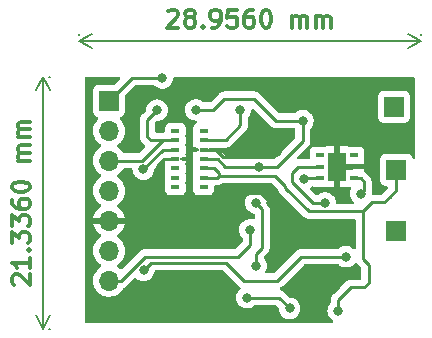
<source format=gtl>
%TF.GenerationSoftware,KiCad,Pcbnew,(6.0.9)*%
%TF.CreationDate,2023-09-05T16:32:31-05:00*%
%TF.ProjectId,Pulse_Temp,50756c73-655f-4546-956d-702e6b696361,rev?*%
%TF.SameCoordinates,Original*%
%TF.FileFunction,Copper,L1,Top*%
%TF.FilePolarity,Positive*%
%FSLAX46Y46*%
G04 Gerber Fmt 4.6, Leading zero omitted, Abs format (unit mm)*
G04 Created by KiCad (PCBNEW (6.0.9)) date 2023-09-05 16:32:31*
%MOMM*%
%LPD*%
G01*
G04 APERTURE LIST*
%ADD10C,0.300000*%
%TA.AperFunction,NonConductor*%
%ADD11C,0.300000*%
%TD*%
%TA.AperFunction,NonConductor*%
%ADD12C,0.200000*%
%TD*%
%TA.AperFunction,SMDPad,CuDef*%
%ADD13R,0.762000X0.355600*%
%TD*%
%TA.AperFunction,SMDPad,CuDef*%
%ADD14R,0.762000X0.406400*%
%TD*%
%TA.AperFunction,SMDPad,CuDef*%
%ADD15R,1.600200X2.489200*%
%TD*%
%TA.AperFunction,ComponentPad*%
%ADD16R,1.700000X1.700000*%
%TD*%
%TA.AperFunction,ComponentPad*%
%ADD17O,1.700000X1.700000*%
%TD*%
%TA.AperFunction,ViaPad*%
%ADD18C,0.800000*%
%TD*%
%TA.AperFunction,Conductor*%
%ADD19C,0.250000*%
%TD*%
G04 APERTURE END LIST*
D10*
D11*
X147889428Y-88716571D02*
X147818000Y-88645142D01*
X147746571Y-88502285D01*
X147746571Y-88145142D01*
X147818000Y-88002285D01*
X147889428Y-87930857D01*
X148032285Y-87859428D01*
X148175142Y-87859428D01*
X148389428Y-87930857D01*
X149246571Y-88788000D01*
X149246571Y-87859428D01*
X149246571Y-86430857D02*
X149246571Y-87288000D01*
X149246571Y-86859428D02*
X147746571Y-86859428D01*
X147960857Y-87002285D01*
X148103714Y-87145142D01*
X148175142Y-87288000D01*
X149103714Y-85788000D02*
X149175142Y-85716571D01*
X149246571Y-85788000D01*
X149175142Y-85859428D01*
X149103714Y-85788000D01*
X149246571Y-85788000D01*
X147746571Y-85216571D02*
X147746571Y-84288000D01*
X148318000Y-84788000D01*
X148318000Y-84573714D01*
X148389428Y-84430857D01*
X148460857Y-84359428D01*
X148603714Y-84288000D01*
X148960857Y-84288000D01*
X149103714Y-84359428D01*
X149175142Y-84430857D01*
X149246571Y-84573714D01*
X149246571Y-85002285D01*
X149175142Y-85145142D01*
X149103714Y-85216571D01*
X147746571Y-83788000D02*
X147746571Y-82859428D01*
X148318000Y-83359428D01*
X148318000Y-83145142D01*
X148389428Y-83002285D01*
X148460857Y-82930857D01*
X148603714Y-82859428D01*
X148960857Y-82859428D01*
X149103714Y-82930857D01*
X149175142Y-83002285D01*
X149246571Y-83145142D01*
X149246571Y-83573714D01*
X149175142Y-83716571D01*
X149103714Y-83788000D01*
X147746571Y-81573714D02*
X147746571Y-81859428D01*
X147818000Y-82002285D01*
X147889428Y-82073714D01*
X148103714Y-82216571D01*
X148389428Y-82288000D01*
X148960857Y-82288000D01*
X149103714Y-82216571D01*
X149175142Y-82145142D01*
X149246571Y-82002285D01*
X149246571Y-81716571D01*
X149175142Y-81573714D01*
X149103714Y-81502285D01*
X148960857Y-81430857D01*
X148603714Y-81430857D01*
X148460857Y-81502285D01*
X148389428Y-81573714D01*
X148318000Y-81716571D01*
X148318000Y-82002285D01*
X148389428Y-82145142D01*
X148460857Y-82216571D01*
X148603714Y-82288000D01*
X147746571Y-80502285D02*
X147746571Y-80359428D01*
X147818000Y-80216571D01*
X147889428Y-80145142D01*
X148032285Y-80073714D01*
X148318000Y-80002285D01*
X148675142Y-80002285D01*
X148960857Y-80073714D01*
X149103714Y-80145142D01*
X149175142Y-80216571D01*
X149246571Y-80359428D01*
X149246571Y-80502285D01*
X149175142Y-80645142D01*
X149103714Y-80716571D01*
X148960857Y-80788000D01*
X148675142Y-80859428D01*
X148318000Y-80859428D01*
X148032285Y-80788000D01*
X147889428Y-80716571D01*
X147818000Y-80645142D01*
X147746571Y-80502285D01*
X149246571Y-78216571D02*
X148246571Y-78216571D01*
X148389428Y-78216571D02*
X148318000Y-78145142D01*
X148246571Y-78002285D01*
X148246571Y-77788000D01*
X148318000Y-77645142D01*
X148460857Y-77573714D01*
X149246571Y-77573714D01*
X148460857Y-77573714D02*
X148318000Y-77502285D01*
X148246571Y-77359428D01*
X148246571Y-77145142D01*
X148318000Y-77002285D01*
X148460857Y-76930857D01*
X149246571Y-76930857D01*
X149246571Y-76216571D02*
X148246571Y-76216571D01*
X148389428Y-76216571D02*
X148318000Y-76145142D01*
X148246571Y-76002285D01*
X148246571Y-75788000D01*
X148318000Y-75645142D01*
X148460857Y-75573714D01*
X149246571Y-75573714D01*
X148460857Y-75573714D02*
X148318000Y-75502285D01*
X148246571Y-75359428D01*
X148246571Y-75145142D01*
X148318000Y-75002285D01*
X148460857Y-74930857D01*
X149246571Y-74930857D01*
D12*
X150868000Y-71120000D02*
X150954420Y-71120000D01*
X150868000Y-92456000D02*
X150954420Y-92456000D01*
X150368000Y-71120000D02*
X150368000Y-92456000D01*
X150368000Y-71120000D02*
X150368000Y-92456000D01*
X150368000Y-71120000D02*
X149781579Y-72246504D01*
X150368000Y-71120000D02*
X150954421Y-72246504D01*
X150368000Y-92456000D02*
X150954421Y-91329496D01*
X150368000Y-92456000D02*
X149781579Y-91329496D01*
D10*
D11*
X160965428Y-65593428D02*
X161036857Y-65522000D01*
X161179714Y-65450571D01*
X161536857Y-65450571D01*
X161679714Y-65522000D01*
X161751142Y-65593428D01*
X161822571Y-65736285D01*
X161822571Y-65879142D01*
X161751142Y-66093428D01*
X160894000Y-66950571D01*
X161822571Y-66950571D01*
X162679714Y-66093428D02*
X162536857Y-66022000D01*
X162465428Y-65950571D01*
X162394000Y-65807714D01*
X162394000Y-65736285D01*
X162465428Y-65593428D01*
X162536857Y-65522000D01*
X162679714Y-65450571D01*
X162965428Y-65450571D01*
X163108285Y-65522000D01*
X163179714Y-65593428D01*
X163251142Y-65736285D01*
X163251142Y-65807714D01*
X163179714Y-65950571D01*
X163108285Y-66022000D01*
X162965428Y-66093428D01*
X162679714Y-66093428D01*
X162536857Y-66164857D01*
X162465428Y-66236285D01*
X162394000Y-66379142D01*
X162394000Y-66664857D01*
X162465428Y-66807714D01*
X162536857Y-66879142D01*
X162679714Y-66950571D01*
X162965428Y-66950571D01*
X163108285Y-66879142D01*
X163179714Y-66807714D01*
X163251142Y-66664857D01*
X163251142Y-66379142D01*
X163179714Y-66236285D01*
X163108285Y-66164857D01*
X162965428Y-66093428D01*
X163894000Y-66807714D02*
X163965428Y-66879142D01*
X163894000Y-66950571D01*
X163822571Y-66879142D01*
X163894000Y-66807714D01*
X163894000Y-66950571D01*
X164679714Y-66950571D02*
X164965428Y-66950571D01*
X165108285Y-66879142D01*
X165179714Y-66807714D01*
X165322571Y-66593428D01*
X165394000Y-66307714D01*
X165394000Y-65736285D01*
X165322571Y-65593428D01*
X165251142Y-65522000D01*
X165108285Y-65450571D01*
X164822571Y-65450571D01*
X164679714Y-65522000D01*
X164608285Y-65593428D01*
X164536857Y-65736285D01*
X164536857Y-66093428D01*
X164608285Y-66236285D01*
X164679714Y-66307714D01*
X164822571Y-66379142D01*
X165108285Y-66379142D01*
X165251142Y-66307714D01*
X165322571Y-66236285D01*
X165394000Y-66093428D01*
X166751142Y-65450571D02*
X166036857Y-65450571D01*
X165965428Y-66164857D01*
X166036857Y-66093428D01*
X166179714Y-66022000D01*
X166536857Y-66022000D01*
X166679714Y-66093428D01*
X166751142Y-66164857D01*
X166822571Y-66307714D01*
X166822571Y-66664857D01*
X166751142Y-66807714D01*
X166679714Y-66879142D01*
X166536857Y-66950571D01*
X166179714Y-66950571D01*
X166036857Y-66879142D01*
X165965428Y-66807714D01*
X168108285Y-65450571D02*
X167822571Y-65450571D01*
X167679714Y-65522000D01*
X167608285Y-65593428D01*
X167465428Y-65807714D01*
X167394000Y-66093428D01*
X167394000Y-66664857D01*
X167465428Y-66807714D01*
X167536857Y-66879142D01*
X167679714Y-66950571D01*
X167965428Y-66950571D01*
X168108285Y-66879142D01*
X168179714Y-66807714D01*
X168251142Y-66664857D01*
X168251142Y-66307714D01*
X168179714Y-66164857D01*
X168108285Y-66093428D01*
X167965428Y-66022000D01*
X167679714Y-66022000D01*
X167536857Y-66093428D01*
X167465428Y-66164857D01*
X167394000Y-66307714D01*
X169179714Y-65450571D02*
X169322571Y-65450571D01*
X169465428Y-65522000D01*
X169536857Y-65593428D01*
X169608285Y-65736285D01*
X169679714Y-66022000D01*
X169679714Y-66379142D01*
X169608285Y-66664857D01*
X169536857Y-66807714D01*
X169465428Y-66879142D01*
X169322571Y-66950571D01*
X169179714Y-66950571D01*
X169036857Y-66879142D01*
X168965428Y-66807714D01*
X168894000Y-66664857D01*
X168822571Y-66379142D01*
X168822571Y-66022000D01*
X168894000Y-65736285D01*
X168965428Y-65593428D01*
X169036857Y-65522000D01*
X169179714Y-65450571D01*
X171465428Y-66950571D02*
X171465428Y-65950571D01*
X171465428Y-66093428D02*
X171536857Y-66022000D01*
X171679714Y-65950571D01*
X171894000Y-65950571D01*
X172036857Y-66022000D01*
X172108285Y-66164857D01*
X172108285Y-66950571D01*
X172108285Y-66164857D02*
X172179714Y-66022000D01*
X172322571Y-65950571D01*
X172536857Y-65950571D01*
X172679714Y-66022000D01*
X172751142Y-66164857D01*
X172751142Y-66950571D01*
X173465428Y-66950571D02*
X173465428Y-65950571D01*
X173465428Y-66093428D02*
X173536857Y-66022000D01*
X173679714Y-65950571D01*
X173894000Y-65950571D01*
X174036857Y-66022000D01*
X174108285Y-66164857D01*
X174108285Y-66950571D01*
X174108285Y-66164857D02*
X174179714Y-66022000D01*
X174322571Y-65950571D01*
X174536857Y-65950571D01*
X174679714Y-66022000D01*
X174751142Y-66164857D01*
X174751142Y-66950571D01*
D12*
X153416000Y-67572000D02*
X153416000Y-67485580D01*
X182372000Y-67572000D02*
X182372000Y-67485580D01*
X153416000Y-68072000D02*
X182372000Y-68072000D01*
X153416000Y-68072000D02*
X182372000Y-68072000D01*
X153416000Y-68072000D02*
X154542504Y-68658421D01*
X153416000Y-68072000D02*
X154542504Y-67485579D01*
X182372000Y-68072000D02*
X181245496Y-67485579D01*
X182372000Y-68072000D02*
X181245496Y-68658421D01*
D13*
%TO.P,PO,1,N.C.*%
%TO.N,unconnected-(U2-Pad1)*%
X161569400Y-75679600D03*
%TO.P,PO,2,SCL*%
%TO.N,/PO_SCL*%
X161569400Y-76479601D03*
%TO.P,PO,3,SDA*%
%TO.N,/PO_SDA*%
X161569400Y-77279599D03*
%TO.P,PO,4,PGND*%
%TO.N,0*%
X161569400Y-78079600D03*
%TO.P,PO,5,N.C.*%
%TO.N,unconnected-(U2-Pad5)*%
X161569400Y-78879598D03*
%TO.P,PO,6,N.C.*%
%TO.N,unconnected-(U2-Pad6)*%
X161569400Y-79679599D03*
%TO.P,PO,7,N.C.*%
%TO.N,unconnected-(U2-Pad7)*%
X161569400Y-80479600D03*
%TO.P,PO,8,N.C.*%
%TO.N,unconnected-(U2-Pad8)*%
X163957000Y-80479600D03*
%TO.P,PO,9,VLED+*%
%TO.N,/5V*%
X163957000Y-79679599D03*
%TO.P,PO,10,VLED+*%
X163957000Y-78879601D03*
%TO.P,PO,11,VDD*%
%TO.N,/1.8V*%
X163957000Y-78079600D03*
%TO.P,PO,12,GND*%
%TO.N,0*%
X163957000Y-77279602D03*
%TO.P,PO,13,\u002AINT*%
%TO.N,/PO_INT*%
X163957000Y-76479601D03*
%TO.P,PO,14,N.C.*%
%TO.N,unconnected-(U2-Pad14)*%
X163957000Y-75679600D03*
%TD*%
D14*
%TO.P,THD1,1,SDA*%
%TO.N,/THD_SDA*%
X176682400Y-79730600D03*
%TO.P,THD1,2,GND*%
%TO.N,0*%
X176682400Y-78740000D03*
%TO.P,THD1,3,DNC*%
%TO.N,unconnected-(THD1-Pad3)*%
X176682400Y-77749400D03*
%TO.P,THD1,4,DNC*%
%TO.N,unconnected-(THD1-Pad4)*%
X173837600Y-77749400D03*
%TO.P,THD1,5,VDD*%
%TO.N,/3V*%
X173837600Y-78740000D03*
%TO.P,THD1,6,SCL*%
%TO.N,/THD_SCL*%
X173837600Y-79730600D03*
D15*
%TO.P,THD1,7,EPAD*%
%TO.N,0*%
X175260000Y-78740000D03*
%TD*%
D16*
%TO.P,3V,1,1*%
%TO.N,/3V*%
X180289200Y-84175600D03*
%TD*%
%TO.P,5V,1,1*%
%TO.N,/5V*%
X180289200Y-78994000D03*
%TD*%
%TO.P,1.8V,1,1*%
%TO.N,/1.8V*%
X180086000Y-73660000D03*
%TD*%
%TO.P,J1,1,Pin_1*%
%TO.N,/PO_INT*%
X155956000Y-73147000D03*
D17*
%TO.P,J1,2,Pin_2*%
%TO.N,/PO_SDA*%
X155956000Y-75687000D03*
%TO.P,J1,3,Pin_3*%
%TO.N,/PO_SCL*%
X155956000Y-78227000D03*
%TO.P,J1,4,Pin_4*%
%TO.N,/3V*%
X155956000Y-80767000D03*
%TO.P,J1,5,Pin_5*%
%TO.N,0*%
X155956000Y-83307000D03*
%TO.P,J1,6,Pin_6*%
%TO.N,/THD_SDA*%
X155956000Y-85847000D03*
%TO.P,J1,7,Pin_7*%
%TO.N,/THD_SCL*%
X155956000Y-88387000D03*
%TD*%
D18*
%TO.N,/3V*%
X174244000Y-81788000D03*
%TO.N,0*%
X170180000Y-77470000D03*
X172466000Y-84836000D03*
X177038000Y-75946000D03*
X169672000Y-81788000D03*
X158959700Y-84016700D03*
%TO.N,/5V*%
X175361600Y-90932000D03*
%TO.N,/1.8V*%
X163322000Y-73914000D03*
X172364400Y-74828400D03*
X168656000Y-78740000D03*
X168402000Y-81788000D03*
X168402000Y-87122000D03*
%TO.N,/PO_SDA*%
X158860166Y-78948076D03*
%TO.N,/PO_SCL*%
X160020000Y-73951500D03*
%TO.N,/THD_SDA*%
X177292000Y-81026000D03*
X158881299Y-87507299D03*
X176026299Y-86355701D03*
%TO.N,/THD_SCL*%
X172466000Y-79756000D03*
X167894000Y-84074000D03*
%TO.N,Net-(100k_R1-Pad1)*%
X167640000Y-89814400D03*
X171246800Y-90728800D03*
%TO.N,/PO_INT*%
X160477200Y-71221600D03*
X167081200Y-73914000D03*
%TD*%
D19*
%TO.N,/3V*%
X171450000Y-79248000D02*
X171450000Y-80010000D01*
X171958000Y-78740000D02*
X171450000Y-79248000D01*
X173837600Y-78740000D02*
X171958000Y-78740000D01*
X171450000Y-80010000D02*
X173228000Y-81788000D01*
X173228000Y-81788000D02*
X174244000Y-81788000D01*
%TO.N,0*%
X162102800Y-81940400D02*
X165862000Y-81940400D01*
X160229700Y-84016700D02*
X161645600Y-82600800D01*
X177800000Y-76962000D02*
X177800000Y-78486000D01*
X171945000Y-84836000D02*
X172466000Y-84836000D01*
X177800000Y-78486000D02*
X177546000Y-78740000D01*
X165862000Y-81940400D02*
X166878000Y-80924400D01*
X164985602Y-77279602D02*
X165646000Y-77940000D01*
X165646000Y-77940000D02*
X169710000Y-77940000D01*
X163957000Y-77279602D02*
X164985602Y-77279602D01*
X177546000Y-78740000D02*
X176682400Y-78740000D01*
X161569400Y-78079600D02*
X160629600Y-78079600D01*
X169710000Y-77940000D02*
X170180000Y-77470000D01*
X169672000Y-81788000D02*
X169672000Y-82563000D01*
X160629600Y-78079600D02*
X160020000Y-78689200D01*
X169672000Y-82563000D02*
X171945000Y-84836000D01*
X175260000Y-78740000D02*
X176682400Y-78740000D01*
X160020000Y-78689200D02*
X160020000Y-82956400D01*
X161645600Y-82600800D02*
X161645600Y-82397600D01*
X158959700Y-84016700D02*
X160229700Y-84016700D01*
X160020000Y-82956400D02*
X158959700Y-84016700D01*
X168808400Y-80924400D02*
X169672000Y-81788000D01*
X177038000Y-75946000D02*
X177038000Y-76200000D01*
X177038000Y-76200000D02*
X177800000Y-76962000D01*
X166878000Y-80924400D02*
X168808400Y-80924400D01*
X161645600Y-82397600D02*
X162102800Y-81940400D01*
%TO.N,/5V*%
X165252400Y-79248000D02*
X165252400Y-79502000D01*
X179273200Y-81737200D02*
X178257200Y-81737200D01*
X176987200Y-88950800D02*
X176428400Y-88950800D01*
X170891200Y-80518000D02*
X170891200Y-80365600D01*
X175463200Y-89916000D02*
X175361600Y-90017600D01*
X177481400Y-82513000D02*
X172886200Y-82513000D01*
X180289200Y-78994000D02*
X180289200Y-80721200D01*
X164884001Y-78879601D02*
X165252400Y-79248000D01*
X165074801Y-79679599D02*
X163957000Y-79679599D01*
X170891200Y-80365600D02*
X170027600Y-79502000D01*
X177952400Y-87020400D02*
X177952400Y-88544400D01*
X177546000Y-88950800D02*
X176987200Y-88950800D01*
X165252400Y-79502000D02*
X165074801Y-79679599D01*
X179730400Y-81280000D02*
X179273200Y-81737200D01*
X172886200Y-82513000D02*
X170891200Y-80518000D01*
X180289200Y-80721200D02*
X179730400Y-81280000D01*
X177495200Y-86563200D02*
X177952400Y-87020400D01*
X177952400Y-88544400D02*
X177546000Y-88950800D01*
X177495200Y-83515200D02*
X177495200Y-86563200D01*
X176428400Y-88950800D02*
X175463200Y-89916000D01*
X178257200Y-81737200D02*
X177495200Y-82499200D01*
X177495200Y-82499200D02*
X177495200Y-83515200D01*
X163957000Y-78879601D02*
X164884001Y-78879601D01*
X170027600Y-79502000D02*
X165252400Y-79502000D01*
X175361600Y-90017600D02*
X175361600Y-90932000D01*
X177495200Y-82499200D02*
X177481400Y-82513000D01*
%TO.N,/1.8V*%
X172364400Y-76555600D02*
X172364400Y-74828400D01*
X168402000Y-87122000D02*
X168402000Y-86106000D01*
X164795200Y-73914000D02*
X165709600Y-72999600D01*
X171500800Y-77419200D02*
X172364400Y-76555600D01*
X168249600Y-72999600D02*
X170078400Y-74828400D01*
X163322000Y-73914000D02*
X164795200Y-73914000D01*
X168910000Y-85598000D02*
X168910000Y-82296000D01*
X168910000Y-82296000D02*
X168402000Y-81788000D01*
X163957000Y-78079600D02*
X165149204Y-78079600D01*
X168656000Y-78740000D02*
X170180000Y-78740000D01*
X168402000Y-86106000D02*
X168910000Y-85598000D01*
X165149204Y-78079600D02*
X165809604Y-78740000D01*
X170078400Y-74828400D02*
X172364400Y-74828400D01*
X170180000Y-78740000D02*
X171500800Y-77419200D01*
X165809604Y-78740000D02*
X168656000Y-78740000D01*
X165709600Y-72999600D02*
X168249600Y-72999600D01*
%TO.N,/PO_SDA*%
X160528643Y-77279599D02*
X158860166Y-78948076D01*
X161569400Y-77279599D02*
X160528643Y-77279599D01*
%TO.N,/PO_SCL*%
X160211000Y-76771000D02*
X160502399Y-76479601D01*
X159207200Y-76200000D02*
X159486801Y-76479601D01*
X159486801Y-76479601D02*
X160502399Y-76479601D01*
X159207200Y-74764300D02*
X159207200Y-76200000D01*
X158745000Y-78227000D02*
X155956000Y-78227000D01*
X158750000Y-78232000D02*
X158745000Y-78227000D01*
X160502399Y-76479601D02*
X161569400Y-76479601D01*
X160211000Y-76771000D02*
X158750000Y-78232000D01*
X160020000Y-73951500D02*
X159207200Y-74764300D01*
%TO.N,/THD_SDA*%
X165862000Y-86868000D02*
X167386000Y-88392000D01*
X159520598Y-86868000D02*
X165862000Y-86868000D01*
X170180000Y-88392000D02*
X167386000Y-88392000D01*
X177266600Y-79730600D02*
X177546000Y-80010000D01*
X177546000Y-80010000D02*
X177546000Y-80772000D01*
X172216299Y-86355701D02*
X176026299Y-86355701D01*
X170180000Y-88392000D02*
X172216299Y-86355701D01*
X159520598Y-86868000D02*
X158881299Y-87507299D01*
X176682400Y-79730600D02*
X177266600Y-79730600D01*
X177546000Y-80772000D02*
X177292000Y-81026000D01*
%TO.N,/THD_SCL*%
X159004000Y-86360000D02*
X156977000Y-88387000D01*
X173837600Y-79730600D02*
X172491400Y-79730600D01*
X167894000Y-84074000D02*
X167894000Y-85344000D01*
X167894000Y-85344000D02*
X166878000Y-86360000D01*
X156977000Y-88387000D02*
X155956000Y-88387000D01*
X166878000Y-86360000D02*
X159004000Y-86360000D01*
X172491400Y-79730600D02*
X172466000Y-79756000D01*
%TO.N,Net-(100k_R1-Pad1)*%
X171246800Y-90728800D02*
X170332400Y-89814400D01*
X170332400Y-89814400D02*
X167640000Y-89814400D01*
%TO.N,/PO_INT*%
X160477200Y-71221600D02*
X157881400Y-71221600D01*
X167081200Y-75234800D02*
X167081200Y-73914000D01*
X163957000Y-76479601D02*
X165836399Y-76479601D01*
X157881400Y-71221600D02*
X155956000Y-73147000D01*
X165836399Y-76479601D02*
X167081200Y-75234800D01*
%TD*%
%TA.AperFunction,Conductor*%
%TO.N,0*%
G36*
X156850526Y-71140502D02*
G01*
X156897019Y-71194158D01*
X156907123Y-71264432D01*
X156877629Y-71329012D01*
X156871500Y-71335596D01*
X156455499Y-71751596D01*
X156393187Y-71785621D01*
X156366404Y-71788500D01*
X155057866Y-71788500D01*
X154995684Y-71795255D01*
X154859295Y-71846385D01*
X154742739Y-71933739D01*
X154655385Y-72050295D01*
X154604255Y-72186684D01*
X154597500Y-72248866D01*
X154597500Y-74045134D01*
X154604255Y-74107316D01*
X154655385Y-74243705D01*
X154742739Y-74360261D01*
X154859295Y-74447615D01*
X154867704Y-74450767D01*
X154867705Y-74450768D01*
X154976451Y-74491535D01*
X155033216Y-74534176D01*
X155057916Y-74600738D01*
X155042709Y-74670087D01*
X155023316Y-74696568D01*
X154904284Y-74821128D01*
X154896629Y-74829138D01*
X154770743Y-75013680D01*
X154755003Y-75047590D01*
X154684726Y-75198989D01*
X154676688Y-75216305D01*
X154616989Y-75431570D01*
X154593251Y-75653695D01*
X154593548Y-75658848D01*
X154593548Y-75658851D01*
X154603573Y-75832722D01*
X154606110Y-75876715D01*
X154607247Y-75881761D01*
X154607248Y-75881767D01*
X154613370Y-75908931D01*
X154655222Y-76094639D01*
X154739266Y-76301616D01*
X154778825Y-76366170D01*
X154848312Y-76479563D01*
X154855987Y-76492088D01*
X155002250Y-76660938D01*
X155174126Y-76803632D01*
X155244595Y-76844811D01*
X155247445Y-76846476D01*
X155296169Y-76898114D01*
X155309240Y-76967897D01*
X155282509Y-77033669D01*
X155242055Y-77067027D01*
X155229607Y-77073507D01*
X155225474Y-77076610D01*
X155225471Y-77076612D01*
X155055100Y-77204530D01*
X155050965Y-77207635D01*
X154896629Y-77369138D01*
X154893715Y-77373410D01*
X154893714Y-77373411D01*
X154856145Y-77428485D01*
X154770743Y-77553680D01*
X154676688Y-77756305D01*
X154616989Y-77971570D01*
X154593251Y-78193695D01*
X154593548Y-78198848D01*
X154593548Y-78198851D01*
X154598751Y-78289086D01*
X154606110Y-78416715D01*
X154607247Y-78421761D01*
X154607248Y-78421767D01*
X154621569Y-78485310D01*
X154655222Y-78634639D01*
X154739266Y-78841616D01*
X154741965Y-78846020D01*
X154819980Y-78973329D01*
X154855987Y-79032088D01*
X155002250Y-79200938D01*
X155174126Y-79343632D01*
X155243353Y-79384085D01*
X155247445Y-79386476D01*
X155296169Y-79438114D01*
X155309240Y-79507897D01*
X155282509Y-79573669D01*
X155242055Y-79607027D01*
X155229607Y-79613507D01*
X155225474Y-79616610D01*
X155225471Y-79616612D01*
X155067376Y-79735313D01*
X155050965Y-79747635D01*
X154896629Y-79909138D01*
X154893715Y-79913410D01*
X154893714Y-79913411D01*
X154833273Y-80002014D01*
X154770743Y-80093680D01*
X154756748Y-80123830D01*
X154679973Y-80289229D01*
X154676688Y-80296305D01*
X154616989Y-80511570D01*
X154593251Y-80733695D01*
X154593548Y-80738848D01*
X154593548Y-80738851D01*
X154605812Y-80951547D01*
X154606110Y-80956715D01*
X154607247Y-80961761D01*
X154607248Y-80961767D01*
X154620245Y-81019435D01*
X154655222Y-81174639D01*
X154739266Y-81381616D01*
X154741965Y-81386020D01*
X154850384Y-81562944D01*
X154855987Y-81572088D01*
X155002250Y-81740938D01*
X155105826Y-81826928D01*
X155164064Y-81875278D01*
X155174126Y-81883632D01*
X155210072Y-81904637D01*
X155247955Y-81926774D01*
X155296679Y-81978412D01*
X155309750Y-82048195D01*
X155283019Y-82113967D01*
X155242562Y-82147327D01*
X155234457Y-82151546D01*
X155225738Y-82157036D01*
X155055433Y-82284905D01*
X155047726Y-82291748D01*
X154900590Y-82445717D01*
X154894104Y-82453727D01*
X154774098Y-82629649D01*
X154769000Y-82638623D01*
X154679338Y-82831783D01*
X154675775Y-82841470D01*
X154620389Y-83041183D01*
X154621912Y-83049607D01*
X154634292Y-83053000D01*
X157274344Y-83053000D01*
X157287875Y-83049027D01*
X157289180Y-83039947D01*
X157247214Y-82872875D01*
X157243894Y-82863124D01*
X157158972Y-82667814D01*
X157154105Y-82658739D01*
X157038426Y-82479926D01*
X157032136Y-82471757D01*
X156888806Y-82314240D01*
X156881273Y-82307215D01*
X156714139Y-82175222D01*
X156705556Y-82169520D01*
X156668602Y-82149120D01*
X156618631Y-82098687D01*
X156603859Y-82029245D01*
X156628975Y-81962839D01*
X156656327Y-81936232D01*
X156720703Y-81890313D01*
X156835860Y-81808173D01*
X156994096Y-81650489D01*
X157036273Y-81591794D01*
X157121435Y-81473277D01*
X157124453Y-81469077D01*
X157147360Y-81422729D01*
X157221136Y-81273453D01*
X157221137Y-81273451D01*
X157223430Y-81268811D01*
X157261420Y-81143772D01*
X157286865Y-81060023D01*
X157286865Y-81060021D01*
X157288370Y-81055069D01*
X157317529Y-80833590D01*
X157318409Y-80797563D01*
X157319074Y-80770365D01*
X157319074Y-80770361D01*
X157319156Y-80767000D01*
X157300852Y-80544361D01*
X157246431Y-80327702D01*
X157157354Y-80122840D01*
X157100767Y-80035370D01*
X157038822Y-79939617D01*
X157038820Y-79939614D01*
X157036014Y-79935277D01*
X156885670Y-79770051D01*
X156881619Y-79766852D01*
X156881615Y-79766848D01*
X156714414Y-79634800D01*
X156714410Y-79634798D01*
X156710359Y-79631598D01*
X156669053Y-79608796D01*
X156619084Y-79558364D01*
X156604312Y-79488921D01*
X156629428Y-79422516D01*
X156656780Y-79395909D01*
X156700603Y-79364650D01*
X156835860Y-79268173D01*
X156852049Y-79252041D01*
X156966485Y-79138004D01*
X156994096Y-79110489D01*
X157053594Y-79027689D01*
X157121435Y-78933277D01*
X157124453Y-78929077D01*
X157126746Y-78924437D01*
X157128446Y-78921608D01*
X157180674Y-78873518D01*
X157236451Y-78860500D01*
X157824006Y-78860500D01*
X157892127Y-78880502D01*
X157938620Y-78934158D01*
X157949316Y-78973329D01*
X157965720Y-79129401D01*
X157966624Y-79138004D01*
X158025639Y-79319632D01*
X158028942Y-79325354D01*
X158028943Y-79325355D01*
X158036444Y-79338347D01*
X158121126Y-79485020D01*
X158125544Y-79489927D01*
X158125545Y-79489928D01*
X158215000Y-79589278D01*
X158248913Y-79626942D01*
X158259729Y-79634800D01*
X158391360Y-79730436D01*
X158403414Y-79739194D01*
X158409442Y-79741878D01*
X158409444Y-79741879D01*
X158571847Y-79814185D01*
X158577878Y-79816870D01*
X158671279Y-79836723D01*
X158758222Y-79855204D01*
X158758227Y-79855204D01*
X158764679Y-79856576D01*
X158955653Y-79856576D01*
X158962105Y-79855204D01*
X158962110Y-79855204D01*
X159049053Y-79836723D01*
X159142454Y-79816870D01*
X159148485Y-79814185D01*
X159310888Y-79741879D01*
X159310890Y-79741878D01*
X159316918Y-79739194D01*
X159328973Y-79730436D01*
X159460603Y-79634800D01*
X159471419Y-79626942D01*
X159505332Y-79589278D01*
X159594787Y-79489928D01*
X159594788Y-79489927D01*
X159599206Y-79485020D01*
X159683888Y-79338347D01*
X159691389Y-79325355D01*
X159691390Y-79325354D01*
X159694693Y-79319632D01*
X159753708Y-79138004D01*
X159755665Y-79119389D01*
X159771073Y-78972784D01*
X159798086Y-78907127D01*
X159807288Y-78896858D01*
X160466837Y-78237310D01*
X160529149Y-78203285D01*
X160599965Y-78208350D01*
X160656800Y-78250897D01*
X160681195Y-78312800D01*
X160686295Y-78359750D01*
X160689922Y-78375007D01*
X160712284Y-78434658D01*
X160717467Y-78505465D01*
X160712284Y-78523116D01*
X160686655Y-78591482D01*
X160685802Y-78599330D01*
X160685802Y-78599332D01*
X160681967Y-78634639D01*
X160679900Y-78653664D01*
X160679900Y-79105532D01*
X160686655Y-79167714D01*
X160694974Y-79189905D01*
X160712018Y-79235369D01*
X160717201Y-79306176D01*
X160712019Y-79323825D01*
X160686655Y-79391483D01*
X160679900Y-79453665D01*
X160679900Y-79905533D01*
X160686655Y-79967715D01*
X160712018Y-80035369D01*
X160717201Y-80106176D01*
X160712019Y-80123827D01*
X160686655Y-80191484D01*
X160679900Y-80253666D01*
X160679900Y-80705534D01*
X160686655Y-80767716D01*
X160737785Y-80904105D01*
X160825139Y-81020661D01*
X160941695Y-81108015D01*
X161078084Y-81159145D01*
X161140266Y-81165900D01*
X161998534Y-81165900D01*
X162060716Y-81159145D01*
X162197105Y-81108015D01*
X162313661Y-81020661D01*
X162401015Y-80904105D01*
X162452145Y-80767716D01*
X162458900Y-80705534D01*
X162458900Y-80253666D01*
X162452145Y-80191484D01*
X162426782Y-80123829D01*
X162421599Y-80053023D01*
X162426782Y-80035370D01*
X162452145Y-79967715D01*
X162458900Y-79905533D01*
X162458900Y-79453665D01*
X162452145Y-79391483D01*
X162426782Y-79323828D01*
X162421599Y-79253022D01*
X162426782Y-79235369D01*
X162443826Y-79189905D01*
X162452145Y-79167714D01*
X162458900Y-79105532D01*
X162458900Y-78653664D01*
X162456833Y-78634639D01*
X162452998Y-78599332D01*
X162452998Y-78599330D01*
X162452145Y-78591482D01*
X162426516Y-78523116D01*
X162421333Y-78452309D01*
X162426516Y-78434658D01*
X162448880Y-78375002D01*
X162452505Y-78359757D01*
X162458031Y-78308886D01*
X162458400Y-78302072D01*
X162458400Y-78275515D01*
X162453925Y-78260276D01*
X162452535Y-78259071D01*
X162444852Y-78257400D01*
X162236531Y-78257400D01*
X162192302Y-78249382D01*
X162068118Y-78202827D01*
X162068112Y-78202825D01*
X162063516Y-78201103D01*
X162063513Y-78201101D01*
X162060717Y-78200053D01*
X162060887Y-78199601D01*
X162003759Y-78166969D01*
X161970935Y-78104016D01*
X161977358Y-78033310D01*
X162020987Y-77977301D01*
X162060721Y-77959153D01*
X162060717Y-77959144D01*
X162060852Y-77959093D01*
X162068105Y-77956374D01*
X162068109Y-77956373D01*
X162192294Y-77909818D01*
X162236523Y-77901800D01*
X162440284Y-77901800D01*
X162455523Y-77897325D01*
X162456728Y-77895935D01*
X162458399Y-77888252D01*
X162458399Y-77857131D01*
X162458029Y-77850310D01*
X162452505Y-77799448D01*
X162448880Y-77784200D01*
X162426515Y-77724543D01*
X162421332Y-77653735D01*
X162426515Y-77636082D01*
X162426734Y-77635500D01*
X162452145Y-77567715D01*
X162458900Y-77505533D01*
X162458900Y-77053665D01*
X162458133Y-77046607D01*
X162452998Y-76999333D01*
X162452998Y-76999331D01*
X162452145Y-76991483D01*
X162441524Y-76963151D01*
X162426783Y-76923829D01*
X162421600Y-76853022D01*
X162426783Y-76835371D01*
X162449373Y-76775112D01*
X162449373Y-76775110D01*
X162452145Y-76767717D01*
X162452999Y-76759861D01*
X162458531Y-76708932D01*
X162458900Y-76705535D01*
X162458900Y-76253667D01*
X162452145Y-76191485D01*
X162426782Y-76123829D01*
X162421599Y-76053023D01*
X162426782Y-76035370D01*
X162447531Y-75980023D01*
X162452145Y-75967716D01*
X162458900Y-75905534D01*
X162458900Y-75453666D01*
X162452145Y-75391484D01*
X162401015Y-75255095D01*
X162313661Y-75138539D01*
X162197105Y-75051185D01*
X162060716Y-75000055D01*
X161998534Y-74993300D01*
X161140266Y-74993300D01*
X161078084Y-75000055D01*
X160941695Y-75051185D01*
X160825139Y-75138539D01*
X160737785Y-75255095D01*
X160686655Y-75391484D01*
X160679900Y-75453666D01*
X160679900Y-75718108D01*
X160659898Y-75786229D01*
X160606242Y-75832722D01*
X160557859Y-75844046D01*
X160497839Y-75845932D01*
X160494431Y-75846039D01*
X160490474Y-75846101D01*
X159966700Y-75846101D01*
X159898579Y-75826099D01*
X159852086Y-75772443D01*
X159840700Y-75720101D01*
X159840700Y-75078894D01*
X159860702Y-75010773D01*
X159877605Y-74989799D01*
X159970499Y-74896905D01*
X160032811Y-74862879D01*
X160059594Y-74860000D01*
X160115487Y-74860000D01*
X160121939Y-74858628D01*
X160121944Y-74858628D01*
X160208887Y-74840147D01*
X160302288Y-74820294D01*
X160374236Y-74788261D01*
X160470722Y-74745303D01*
X160470724Y-74745302D01*
X160476752Y-74742618D01*
X160631253Y-74630366D01*
X160640302Y-74620316D01*
X160754621Y-74493352D01*
X160754622Y-74493351D01*
X160759040Y-74488444D01*
X160854527Y-74323056D01*
X160913542Y-74141428D01*
X160917484Y-74103928D01*
X160932814Y-73958065D01*
X160933504Y-73951500D01*
X160923194Y-73853402D01*
X160914232Y-73768135D01*
X160914232Y-73768133D01*
X160913542Y-73761572D01*
X160854527Y-73579944D01*
X160759040Y-73414556D01*
X160730424Y-73382774D01*
X160635675Y-73277545D01*
X160635674Y-73277544D01*
X160631253Y-73272634D01*
X160476752Y-73160382D01*
X160470724Y-73157698D01*
X160470722Y-73157697D01*
X160308319Y-73085391D01*
X160308318Y-73085391D01*
X160302288Y-73082706D01*
X160208887Y-73062853D01*
X160121944Y-73044372D01*
X160121939Y-73044372D01*
X160115487Y-73043000D01*
X159924513Y-73043000D01*
X159918061Y-73044372D01*
X159918056Y-73044372D01*
X159831113Y-73062853D01*
X159737712Y-73082706D01*
X159731682Y-73085391D01*
X159731681Y-73085391D01*
X159569278Y-73157697D01*
X159569276Y-73157698D01*
X159563248Y-73160382D01*
X159408747Y-73272634D01*
X159404326Y-73277544D01*
X159404325Y-73277545D01*
X159309577Y-73382774D01*
X159280960Y-73414556D01*
X159185473Y-73579944D01*
X159126458Y-73761572D01*
X159125768Y-73768133D01*
X159125768Y-73768135D01*
X159109093Y-73926792D01*
X159082080Y-73992449D01*
X159072878Y-74002718D01*
X158814942Y-74260653D01*
X158806663Y-74268187D01*
X158800182Y-74272300D01*
X158776824Y-74297174D01*
X158753557Y-74321951D01*
X158750802Y-74324793D01*
X158731065Y-74344530D01*
X158728585Y-74347727D01*
X158720882Y-74356747D01*
X158690614Y-74388979D01*
X158686795Y-74395925D01*
X158686793Y-74395928D01*
X158680852Y-74406734D01*
X158670001Y-74423253D01*
X158657586Y-74439259D01*
X158654441Y-74446528D01*
X158654438Y-74446532D01*
X158640026Y-74479837D01*
X158634809Y-74490487D01*
X158613505Y-74529240D01*
X158611534Y-74536915D01*
X158611534Y-74536916D01*
X158608467Y-74548862D01*
X158602063Y-74567566D01*
X158594019Y-74586155D01*
X158592780Y-74593978D01*
X158592777Y-74593988D01*
X158587101Y-74629824D01*
X158584695Y-74641444D01*
X158573700Y-74684270D01*
X158573700Y-74704524D01*
X158572149Y-74724234D01*
X158568980Y-74744243D01*
X158569726Y-74752135D01*
X158573141Y-74788261D01*
X158573700Y-74800119D01*
X158573700Y-76121233D01*
X158573173Y-76132416D01*
X158571498Y-76139909D01*
X158571747Y-76147835D01*
X158571747Y-76147836D01*
X158573638Y-76207986D01*
X158573700Y-76211945D01*
X158573700Y-76239856D01*
X158574197Y-76243790D01*
X158574197Y-76243791D01*
X158574205Y-76243856D01*
X158575138Y-76255693D01*
X158576527Y-76299889D01*
X158579211Y-76309126D01*
X158582178Y-76319339D01*
X158586187Y-76338700D01*
X158588726Y-76358797D01*
X158591645Y-76366168D01*
X158591645Y-76366170D01*
X158605004Y-76399912D01*
X158608849Y-76411142D01*
X158621182Y-76453593D01*
X158625215Y-76460412D01*
X158625217Y-76460417D01*
X158631493Y-76471028D01*
X158640188Y-76488776D01*
X158647648Y-76507617D01*
X158652310Y-76514033D01*
X158652310Y-76514034D01*
X158673636Y-76543387D01*
X158680152Y-76553307D01*
X158690314Y-76570489D01*
X158702658Y-76591362D01*
X158716979Y-76605683D01*
X158729819Y-76620716D01*
X158741728Y-76637107D01*
X158765812Y-76657031D01*
X158775805Y-76665298D01*
X158784584Y-76673288D01*
X158983144Y-76871848D01*
X158990688Y-76880138D01*
X158994801Y-76886619D01*
X159000579Y-76892045D01*
X159000580Y-76892046D01*
X159005575Y-76896737D01*
X159041539Y-76957950D01*
X159038700Y-77028890D01*
X159008415Y-77077680D01*
X158529500Y-77556595D01*
X158467188Y-77590621D01*
X158440405Y-77593500D01*
X157232805Y-77593500D01*
X157164684Y-77573498D01*
X157127013Y-77535940D01*
X157038822Y-77399617D01*
X157038820Y-77399614D01*
X157036014Y-77395277D01*
X156885670Y-77230051D01*
X156881619Y-77226852D01*
X156881615Y-77226848D01*
X156714414Y-77094800D01*
X156714410Y-77094798D01*
X156710359Y-77091598D01*
X156669053Y-77068796D01*
X156619084Y-77018364D01*
X156604312Y-76948921D01*
X156629428Y-76882516D01*
X156656780Y-76855909D01*
X156700603Y-76824650D01*
X156835860Y-76728173D01*
X156855169Y-76708932D01*
X156958779Y-76605683D01*
X156994096Y-76570489D01*
X157006443Y-76553307D01*
X157121435Y-76393277D01*
X157124453Y-76389077D01*
X157135775Y-76366170D01*
X157221136Y-76193453D01*
X157221137Y-76193451D01*
X157223430Y-76188811D01*
X157288370Y-75975069D01*
X157317529Y-75753590D01*
X157317899Y-75738457D01*
X157319074Y-75690365D01*
X157319074Y-75690361D01*
X157319156Y-75687000D01*
X157300852Y-75464361D01*
X157246431Y-75247702D01*
X157157354Y-75042840D01*
X157077654Y-74919642D01*
X157038822Y-74859617D01*
X157038820Y-74859614D01*
X157036014Y-74855277D01*
X157032532Y-74851450D01*
X156888798Y-74693488D01*
X156857746Y-74629642D01*
X156866141Y-74559143D01*
X156911317Y-74504375D01*
X156937761Y-74490706D01*
X157044297Y-74450767D01*
X157052705Y-74447615D01*
X157169261Y-74360261D01*
X157256615Y-74243705D01*
X157307745Y-74107316D01*
X157314500Y-74045134D01*
X157314500Y-72736595D01*
X157334502Y-72668474D01*
X157351405Y-72647499D01*
X158106901Y-71892004D01*
X158169213Y-71857979D01*
X158195996Y-71855100D01*
X159769000Y-71855100D01*
X159837121Y-71875102D01*
X159856347Y-71891443D01*
X159856620Y-71891140D01*
X159861532Y-71895563D01*
X159865947Y-71900466D01*
X159887529Y-71916146D01*
X159921626Y-71940919D01*
X160020448Y-72012718D01*
X160026476Y-72015402D01*
X160026478Y-72015403D01*
X160188881Y-72087709D01*
X160194912Y-72090394D01*
X160288312Y-72110247D01*
X160375256Y-72128728D01*
X160375261Y-72128728D01*
X160381713Y-72130100D01*
X160572687Y-72130100D01*
X160579139Y-72128728D01*
X160579144Y-72128728D01*
X160666088Y-72110247D01*
X160759488Y-72090394D01*
X160765519Y-72087709D01*
X160927922Y-72015403D01*
X160927924Y-72015402D01*
X160933952Y-72012718D01*
X161088453Y-71900466D01*
X161111291Y-71875102D01*
X161211821Y-71763452D01*
X161211822Y-71763451D01*
X161216240Y-71758544D01*
X161311727Y-71593156D01*
X161370742Y-71411528D01*
X161389471Y-71233330D01*
X161416484Y-71167673D01*
X161474706Y-71127043D01*
X161514781Y-71120500D01*
X181737500Y-71120500D01*
X181805621Y-71140502D01*
X181852114Y-71194158D01*
X181863500Y-71246500D01*
X181863500Y-77932298D01*
X181843498Y-78000419D01*
X181789842Y-78046912D01*
X181719568Y-78057016D01*
X181654988Y-78027522D01*
X181619518Y-77976527D01*
X181592968Y-77905705D01*
X181592967Y-77905703D01*
X181589815Y-77897295D01*
X181502461Y-77780739D01*
X181385905Y-77693385D01*
X181249516Y-77642255D01*
X181187334Y-77635500D01*
X179391066Y-77635500D01*
X179328884Y-77642255D01*
X179192495Y-77693385D01*
X179075939Y-77780739D01*
X178988585Y-77897295D01*
X178937455Y-78033684D01*
X178930700Y-78095866D01*
X178930700Y-79892134D01*
X178937455Y-79954316D01*
X178988585Y-80090705D01*
X179075939Y-80207261D01*
X179192495Y-80294615D01*
X179328884Y-80345745D01*
X179391066Y-80352500D01*
X179457805Y-80352500D01*
X179525926Y-80372502D01*
X179572419Y-80426158D01*
X179582523Y-80496432D01*
X179553029Y-80561012D01*
X179546905Y-80567591D01*
X179437698Y-80676797D01*
X179047699Y-81066796D01*
X178985387Y-81100821D01*
X178958604Y-81103700D01*
X178335968Y-81103700D01*
X178324780Y-81103172D01*
X178317292Y-81101498D01*
X178313474Y-81101618D01*
X178249235Y-81075968D01*
X178208000Y-81018174D01*
X178201723Y-80990025D01*
X178186233Y-80842643D01*
X178186232Y-80842640D01*
X178185542Y-80836072D01*
X178185259Y-80835200D01*
X178184545Y-80807866D01*
X178182730Y-80807809D01*
X178182979Y-80799890D01*
X178184220Y-80792057D01*
X178182619Y-80775115D01*
X178180059Y-80748039D01*
X178179500Y-80736181D01*
X178179500Y-80088767D01*
X178180027Y-80077584D01*
X178181702Y-80070091D01*
X178181166Y-80053023D01*
X178179562Y-80002014D01*
X178179500Y-79998055D01*
X178179500Y-79970144D01*
X178178995Y-79966144D01*
X178178062Y-79954301D01*
X178177777Y-79945215D01*
X178176673Y-79910110D01*
X178171022Y-79890658D01*
X178167014Y-79871306D01*
X178165467Y-79859063D01*
X178164474Y-79851203D01*
X178161556Y-79843832D01*
X178148200Y-79810097D01*
X178144355Y-79798870D01*
X178143721Y-79796687D01*
X178132018Y-79756407D01*
X178127984Y-79749585D01*
X178127981Y-79749579D01*
X178121706Y-79738968D01*
X178113010Y-79721218D01*
X178108472Y-79709756D01*
X178108469Y-79709751D01*
X178105552Y-79702383D01*
X178079573Y-79666625D01*
X178073057Y-79656707D01*
X178056732Y-79629104D01*
X178050542Y-79618637D01*
X178036218Y-79604313D01*
X178023376Y-79589278D01*
X178011472Y-79572893D01*
X177977406Y-79544711D01*
X177968627Y-79536722D01*
X177770252Y-79338347D01*
X177762712Y-79330061D01*
X177758600Y-79323582D01*
X177740067Y-79306178D01*
X177708949Y-79276957D01*
X177706107Y-79274202D01*
X177686370Y-79254465D01*
X177683173Y-79251985D01*
X177674151Y-79244280D01*
X177647700Y-79219441D01*
X177641921Y-79214014D01*
X177634975Y-79210195D01*
X177634972Y-79210193D01*
X177624166Y-79204252D01*
X177607667Y-79193416D01*
X177606541Y-79192543D01*
X177564961Y-79134996D01*
X177561162Y-79063817D01*
X177565505Y-79045552D01*
X177571031Y-78994686D01*
X177571400Y-78987872D01*
X177571400Y-78961315D01*
X177566925Y-78946076D01*
X177565535Y-78944871D01*
X177557852Y-78943200D01*
X176626215Y-78943200D01*
X176610975Y-78947675D01*
X176608516Y-78950513D01*
X176548789Y-78988896D01*
X176513292Y-78994000D01*
X175532115Y-78994000D01*
X175516876Y-78998475D01*
X175515671Y-78999865D01*
X175514000Y-79007548D01*
X175514000Y-80474484D01*
X175518475Y-80489723D01*
X175519865Y-80490928D01*
X175527548Y-80492599D01*
X176104769Y-80492599D01*
X176111590Y-80492229D01*
X176162452Y-80486705D01*
X176177703Y-80483079D01*
X176265093Y-80450318D01*
X176309323Y-80442300D01*
X176361716Y-80442300D01*
X176429837Y-80462302D01*
X176476330Y-80515958D01*
X176486434Y-80586232D01*
X176470836Y-80631298D01*
X176457473Y-80654444D01*
X176398458Y-80836072D01*
X176397768Y-80842633D01*
X176397768Y-80842635D01*
X176382984Y-80983298D01*
X176378496Y-81026000D01*
X176379186Y-81032565D01*
X176392580Y-81159998D01*
X176398458Y-81215928D01*
X176457473Y-81397556D01*
X176552960Y-81562944D01*
X176557378Y-81567851D01*
X176557379Y-81567852D01*
X176648624Y-81669190D01*
X176679342Y-81733197D01*
X176670577Y-81803651D01*
X176625114Y-81858182D01*
X176554988Y-81879500D01*
X175280572Y-81879500D01*
X175212451Y-81859498D01*
X175165958Y-81805842D01*
X175155262Y-81766670D01*
X175138232Y-81604635D01*
X175138232Y-81604633D01*
X175137542Y-81598072D01*
X175078527Y-81416444D01*
X174983040Y-81251056D01*
X174959451Y-81224857D01*
X174859675Y-81114045D01*
X174859674Y-81114044D01*
X174855253Y-81109134D01*
X174733481Y-81020661D01*
X174706094Y-81000763D01*
X174706093Y-81000762D01*
X174700752Y-80996882D01*
X174694724Y-80994198D01*
X174694722Y-80994197D01*
X174532319Y-80921891D01*
X174532318Y-80921891D01*
X174526288Y-80919206D01*
X174432850Y-80899345D01*
X174345944Y-80880872D01*
X174345939Y-80880872D01*
X174339487Y-80879500D01*
X174148513Y-80879500D01*
X174142061Y-80880872D01*
X174142056Y-80880872D01*
X174055150Y-80899345D01*
X173961712Y-80919206D01*
X173955682Y-80921891D01*
X173955681Y-80921891D01*
X173793278Y-80994197D01*
X173793276Y-80994198D01*
X173787248Y-80996882D01*
X173781907Y-81000762D01*
X173781906Y-81000763D01*
X173710694Y-81052502D01*
X173632747Y-81109134D01*
X173628332Y-81114037D01*
X173623420Y-81118460D01*
X173621305Y-81116111D01*
X173572766Y-81146322D01*
X173501777Y-81145295D01*
X173449924Y-81114020D01*
X173004058Y-80668153D01*
X172970033Y-80605841D01*
X172975098Y-80535025D01*
X173019093Y-80477122D01*
X173067021Y-80442300D01*
X173077253Y-80434866D01*
X173087232Y-80423783D01*
X173147679Y-80386545D01*
X173225095Y-80390114D01*
X173338882Y-80432771D01*
X173338888Y-80432773D01*
X173346284Y-80435545D01*
X173408466Y-80442300D01*
X174210677Y-80442300D01*
X174254907Y-80450318D01*
X174342294Y-80483078D01*
X174357549Y-80486705D01*
X174408414Y-80492231D01*
X174415228Y-80492600D01*
X174987885Y-80492600D01*
X175003124Y-80488125D01*
X175004329Y-80486735D01*
X175006000Y-80479052D01*
X175006000Y-78467885D01*
X175514000Y-78467885D01*
X175518475Y-78483124D01*
X175519865Y-78484329D01*
X175527548Y-78486000D01*
X176510272Y-78486000D01*
X176578393Y-78506002D01*
X176592785Y-78516776D01*
X176613965Y-78535129D01*
X176621648Y-78536800D01*
X177553284Y-78536800D01*
X177568523Y-78532325D01*
X177569728Y-78530935D01*
X177571399Y-78523252D01*
X177571399Y-78492131D01*
X177571029Y-78485310D01*
X177565505Y-78434448D01*
X177561879Y-78419196D01*
X177513572Y-78290338D01*
X177516912Y-78289086D01*
X177505381Y-78236390D01*
X177516046Y-78200067D01*
X177514015Y-78199305D01*
X177531006Y-78153982D01*
X177565145Y-78062916D01*
X177571900Y-78000734D01*
X177571900Y-77498066D01*
X177565145Y-77435884D01*
X177514015Y-77299495D01*
X177426661Y-77182939D01*
X177310105Y-77095585D01*
X177173716Y-77044455D01*
X177111534Y-77037700D01*
X176309323Y-77037700D01*
X176265093Y-77029682D01*
X176177706Y-76996922D01*
X176162451Y-76993295D01*
X176111586Y-76987769D01*
X176104772Y-76987400D01*
X175532115Y-76987400D01*
X175516876Y-76991875D01*
X175515671Y-76993265D01*
X175514000Y-77000948D01*
X175514000Y-78467885D01*
X175006000Y-78467885D01*
X175006000Y-77005516D01*
X175001525Y-76990277D01*
X175000135Y-76989072D01*
X174992452Y-76987401D01*
X174415231Y-76987401D01*
X174408410Y-76987771D01*
X174357548Y-76993295D01*
X174342297Y-76996921D01*
X174254907Y-77029682D01*
X174210677Y-77037700D01*
X173408466Y-77037700D01*
X173346284Y-77044455D01*
X173209895Y-77095585D01*
X173093339Y-77182939D01*
X173005985Y-77299495D01*
X172954855Y-77435884D01*
X172948100Y-77498066D01*
X172948100Y-77980500D01*
X172928098Y-78048621D01*
X172874442Y-78095114D01*
X172822100Y-78106500D01*
X172036763Y-78106500D01*
X172025579Y-78105973D01*
X172018091Y-78104299D01*
X172010169Y-78104548D01*
X172003737Y-78103940D01*
X171937801Y-78077616D01*
X171896564Y-78019823D01*
X171893119Y-77948910D01*
X171926500Y-77889404D01*
X171976934Y-77838970D01*
X172756653Y-77059252D01*
X172764939Y-77051712D01*
X172771418Y-77047600D01*
X172818044Y-76997948D01*
X172820798Y-76995107D01*
X172840535Y-76975370D01*
X172843015Y-76972173D01*
X172850720Y-76963151D01*
X172875559Y-76936700D01*
X172880986Y-76930921D01*
X172884805Y-76923975D01*
X172884807Y-76923972D01*
X172890748Y-76913166D01*
X172901599Y-76896647D01*
X172909158Y-76886901D01*
X172914014Y-76880641D01*
X172917159Y-76873372D01*
X172917162Y-76873368D01*
X172931574Y-76840063D01*
X172936791Y-76829413D01*
X172958095Y-76790660D01*
X172963133Y-76771037D01*
X172969537Y-76752334D01*
X172974433Y-76741020D01*
X172974433Y-76741019D01*
X172977581Y-76733745D01*
X172978820Y-76725922D01*
X172978823Y-76725912D01*
X172984499Y-76690076D01*
X172986905Y-76678456D01*
X172995928Y-76643311D01*
X172995928Y-76643310D01*
X172997900Y-76635630D01*
X172997900Y-76615376D01*
X172999451Y-76595665D01*
X173001380Y-76583486D01*
X173002620Y-76575657D01*
X172998459Y-76531638D01*
X172997900Y-76519781D01*
X172997900Y-75530924D01*
X173017902Y-75462803D01*
X173030258Y-75446621D01*
X173103440Y-75365344D01*
X173198927Y-75199956D01*
X173257942Y-75018328D01*
X173258926Y-75008971D01*
X173277214Y-74834965D01*
X173277904Y-74828400D01*
X173273111Y-74782794D01*
X173258632Y-74645035D01*
X173258632Y-74645033D01*
X173257942Y-74638472D01*
X173231838Y-74558134D01*
X178727500Y-74558134D01*
X178734255Y-74620316D01*
X178785385Y-74756705D01*
X178872739Y-74873261D01*
X178989295Y-74960615D01*
X179125684Y-75011745D01*
X179187866Y-75018500D01*
X180984134Y-75018500D01*
X181046316Y-75011745D01*
X181182705Y-74960615D01*
X181299261Y-74873261D01*
X181386615Y-74756705D01*
X181437745Y-74620316D01*
X181444500Y-74558134D01*
X181444500Y-72761866D01*
X181437745Y-72699684D01*
X181386615Y-72563295D01*
X181299261Y-72446739D01*
X181182705Y-72359385D01*
X181046316Y-72308255D01*
X180984134Y-72301500D01*
X179187866Y-72301500D01*
X179125684Y-72308255D01*
X178989295Y-72359385D01*
X178872739Y-72446739D01*
X178785385Y-72563295D01*
X178734255Y-72699684D01*
X178727500Y-72761866D01*
X178727500Y-74558134D01*
X173231838Y-74558134D01*
X173198927Y-74456844D01*
X173195419Y-74450767D01*
X173154256Y-74379472D01*
X173103440Y-74291456D01*
X173081324Y-74266893D01*
X172980075Y-74154445D01*
X172980074Y-74154444D01*
X172975653Y-74149534D01*
X172836635Y-74048531D01*
X172826494Y-74041163D01*
X172826493Y-74041162D01*
X172821152Y-74037282D01*
X172815124Y-74034598D01*
X172815122Y-74034597D01*
X172652719Y-73962291D01*
X172652718Y-73962291D01*
X172646688Y-73959606D01*
X172553288Y-73939753D01*
X172466344Y-73921272D01*
X172466339Y-73921272D01*
X172459887Y-73919900D01*
X172268913Y-73919900D01*
X172262461Y-73921272D01*
X172262456Y-73921272D01*
X172175512Y-73939753D01*
X172082112Y-73959606D01*
X172076082Y-73962291D01*
X172076081Y-73962291D01*
X171913678Y-74034597D01*
X171913676Y-74034598D01*
X171907648Y-74037282D01*
X171902307Y-74041162D01*
X171902306Y-74041163D01*
X171892165Y-74048531D01*
X171753147Y-74149534D01*
X171748732Y-74154437D01*
X171743820Y-74158860D01*
X171742695Y-74157611D01*
X171689386Y-74190451D01*
X171656200Y-74194900D01*
X170392994Y-74194900D01*
X170324873Y-74174898D01*
X170303899Y-74157995D01*
X169528679Y-73382774D01*
X168753252Y-72607347D01*
X168745712Y-72599061D01*
X168741600Y-72592582D01*
X168691948Y-72545956D01*
X168689107Y-72543202D01*
X168669370Y-72523465D01*
X168666173Y-72520985D01*
X168657151Y-72513280D01*
X168643722Y-72500669D01*
X168624921Y-72483014D01*
X168617975Y-72479195D01*
X168617972Y-72479193D01*
X168607166Y-72473252D01*
X168590647Y-72462401D01*
X168590183Y-72462041D01*
X168574641Y-72449986D01*
X168567372Y-72446841D01*
X168567368Y-72446838D01*
X168534063Y-72432426D01*
X168523413Y-72427209D01*
X168484660Y-72405905D01*
X168465037Y-72400867D01*
X168446334Y-72394463D01*
X168435020Y-72389567D01*
X168435019Y-72389567D01*
X168427745Y-72386419D01*
X168419922Y-72385180D01*
X168419912Y-72385177D01*
X168384076Y-72379501D01*
X168372456Y-72377095D01*
X168337311Y-72368072D01*
X168337310Y-72368072D01*
X168329630Y-72366100D01*
X168309376Y-72366100D01*
X168289665Y-72364549D01*
X168277486Y-72362620D01*
X168269657Y-72361380D01*
X168233785Y-72364771D01*
X168225639Y-72365541D01*
X168213781Y-72366100D01*
X165788367Y-72366100D01*
X165777184Y-72365573D01*
X165769691Y-72363898D01*
X165761765Y-72364147D01*
X165761764Y-72364147D01*
X165701601Y-72366038D01*
X165697643Y-72366100D01*
X165669744Y-72366100D01*
X165665754Y-72366604D01*
X165653920Y-72367536D01*
X165609711Y-72368926D01*
X165602097Y-72371138D01*
X165602092Y-72371139D01*
X165590259Y-72374577D01*
X165570896Y-72378588D01*
X165550803Y-72381126D01*
X165543436Y-72384043D01*
X165543431Y-72384044D01*
X165509692Y-72397402D01*
X165498465Y-72401246D01*
X165456007Y-72413582D01*
X165449181Y-72417619D01*
X165438572Y-72423893D01*
X165420824Y-72432588D01*
X165401983Y-72440048D01*
X165395567Y-72444710D01*
X165395566Y-72444710D01*
X165366213Y-72466036D01*
X165356293Y-72472552D01*
X165325065Y-72491020D01*
X165325062Y-72491022D01*
X165318238Y-72495058D01*
X165303917Y-72509379D01*
X165288884Y-72522219D01*
X165272493Y-72534128D01*
X165267442Y-72540233D01*
X165267437Y-72540238D01*
X165244301Y-72568204D01*
X165236313Y-72576982D01*
X164569700Y-73243595D01*
X164507388Y-73277621D01*
X164480605Y-73280500D01*
X164030200Y-73280500D01*
X163962079Y-73260498D01*
X163942853Y-73244157D01*
X163942580Y-73244460D01*
X163937668Y-73240037D01*
X163933253Y-73235134D01*
X163778752Y-73122882D01*
X163772724Y-73120198D01*
X163772722Y-73120197D01*
X163610319Y-73047891D01*
X163610318Y-73047891D01*
X163604288Y-73045206D01*
X163510887Y-73025353D01*
X163423944Y-73006872D01*
X163423939Y-73006872D01*
X163417487Y-73005500D01*
X163226513Y-73005500D01*
X163220061Y-73006872D01*
X163220056Y-73006872D01*
X163133113Y-73025353D01*
X163039712Y-73045206D01*
X163033682Y-73047891D01*
X163033681Y-73047891D01*
X162871278Y-73120197D01*
X162871276Y-73120198D01*
X162865248Y-73122882D01*
X162710747Y-73235134D01*
X162706326Y-73240044D01*
X162706325Y-73240045D01*
X162672492Y-73277621D01*
X162582960Y-73377056D01*
X162487473Y-73542444D01*
X162428458Y-73724072D01*
X162427768Y-73730633D01*
X162427768Y-73730635D01*
X162423827Y-73768135D01*
X162408496Y-73914000D01*
X162409186Y-73920565D01*
X162422636Y-74048531D01*
X162428458Y-74103928D01*
X162487473Y-74285556D01*
X162490776Y-74291278D01*
X162490777Y-74291279D01*
X162512428Y-74328779D01*
X162582960Y-74450944D01*
X162587375Y-74455847D01*
X162587379Y-74455852D01*
X162679474Y-74558134D01*
X162710747Y-74592866D01*
X162761365Y-74629642D01*
X162847467Y-74692199D01*
X162865248Y-74705118D01*
X162871276Y-74707802D01*
X162871278Y-74707803D01*
X162997255Y-74763891D01*
X163039712Y-74782794D01*
X163133113Y-74802647D01*
X163220056Y-74821128D01*
X163220061Y-74821128D01*
X163226513Y-74822500D01*
X163257125Y-74822500D01*
X163325246Y-74842502D01*
X163371739Y-74896158D01*
X163381843Y-74966432D01*
X163352349Y-75031012D01*
X163328561Y-75050205D01*
X163329295Y-75051185D01*
X163212739Y-75138539D01*
X163125385Y-75255095D01*
X163074255Y-75391484D01*
X163067500Y-75453666D01*
X163067500Y-75905534D01*
X163074255Y-75967716D01*
X163078869Y-75980023D01*
X163099618Y-76035370D01*
X163104801Y-76106177D01*
X163099619Y-76123828D01*
X163074255Y-76191485D01*
X163067500Y-76253667D01*
X163067500Y-76705535D01*
X163074255Y-76767717D01*
X163099618Y-76835371D01*
X163099885Y-76836084D01*
X163105068Y-76906891D01*
X163099885Y-76924545D01*
X163077521Y-76984199D01*
X163073895Y-76999451D01*
X163068369Y-77050316D01*
X163068000Y-77057130D01*
X163068000Y-77083687D01*
X163072475Y-77098926D01*
X163073865Y-77100131D01*
X163081548Y-77101802D01*
X163289877Y-77101802D01*
X163334106Y-77109820D01*
X163458291Y-77156375D01*
X163458295Y-77156376D01*
X163462893Y-77158100D01*
X163462897Y-77158102D01*
X163465683Y-77159146D01*
X163465514Y-77159597D01*
X163522649Y-77192239D01*
X163555467Y-77255196D01*
X163549038Y-77325901D01*
X163505404Y-77381906D01*
X163465679Y-77400045D01*
X163465683Y-77400055D01*
X163465542Y-77400108D01*
X163465539Y-77400109D01*
X163458288Y-77402827D01*
X163458282Y-77402829D01*
X163334098Y-77449384D01*
X163289869Y-77457402D01*
X163086116Y-77457402D01*
X163070877Y-77461877D01*
X163069672Y-77463267D01*
X163068001Y-77470950D01*
X163068001Y-77502071D01*
X163068371Y-77508892D01*
X163073895Y-77559752D01*
X163077522Y-77575009D01*
X163099884Y-77634660D01*
X163105067Y-77705467D01*
X163099884Y-77723118D01*
X163080300Y-77775358D01*
X163074255Y-77791484D01*
X163073402Y-77799332D01*
X163073402Y-77799334D01*
X163069908Y-77831500D01*
X163067500Y-77853666D01*
X163067500Y-78305534D01*
X163074255Y-78367716D01*
X163077029Y-78375115D01*
X163099618Y-78435371D01*
X163104801Y-78506178D01*
X163099619Y-78523827D01*
X163074255Y-78591485D01*
X163067500Y-78653667D01*
X163067500Y-79105535D01*
X163074255Y-79167717D01*
X163077027Y-79175110D01*
X163077027Y-79175112D01*
X163099617Y-79235371D01*
X163104800Y-79306178D01*
X163099617Y-79323829D01*
X163091215Y-79346242D01*
X163074255Y-79391483D01*
X163073402Y-79399331D01*
X163073402Y-79399333D01*
X163071474Y-79417084D01*
X163067500Y-79453665D01*
X163067500Y-79905533D01*
X163074255Y-79967715D01*
X163099618Y-80035369D01*
X163104801Y-80106176D01*
X163099619Y-80123827D01*
X163074255Y-80191484D01*
X163067500Y-80253666D01*
X163067500Y-80705534D01*
X163074255Y-80767716D01*
X163125385Y-80904105D01*
X163212739Y-81020661D01*
X163329295Y-81108015D01*
X163465684Y-81159145D01*
X163527866Y-81165900D01*
X164386134Y-81165900D01*
X164448316Y-81159145D01*
X164584705Y-81108015D01*
X164701261Y-81020661D01*
X164788615Y-80904105D01*
X164839745Y-80767716D01*
X164846500Y-80705534D01*
X164846500Y-80439099D01*
X164866502Y-80370978D01*
X164920158Y-80324485D01*
X164972500Y-80313099D01*
X164996034Y-80313099D01*
X165007217Y-80313626D01*
X165014710Y-80315301D01*
X165022636Y-80315052D01*
X165022637Y-80315052D01*
X165082787Y-80313161D01*
X165086746Y-80313099D01*
X165114657Y-80313099D01*
X165118592Y-80312602D01*
X165118657Y-80312594D01*
X165130494Y-80311661D01*
X165162752Y-80310647D01*
X165166771Y-80310521D01*
X165174690Y-80310272D01*
X165194144Y-80304620D01*
X165213501Y-80300612D01*
X165225731Y-80299067D01*
X165225732Y-80299067D01*
X165233598Y-80298073D01*
X165240969Y-80295154D01*
X165240971Y-80295154D01*
X165274713Y-80281795D01*
X165285943Y-80277950D01*
X165320784Y-80267828D01*
X165320785Y-80267828D01*
X165328394Y-80265617D01*
X165335213Y-80261584D01*
X165335218Y-80261582D01*
X165345829Y-80255306D01*
X165363577Y-80246611D01*
X165382418Y-80239151D01*
X165418188Y-80213163D01*
X165428108Y-80206647D01*
X165459336Y-80188179D01*
X165459339Y-80188177D01*
X165466163Y-80184141D01*
X165477899Y-80172405D01*
X165540211Y-80138379D01*
X165566994Y-80135500D01*
X169713005Y-80135500D01*
X169781126Y-80155502D01*
X169802100Y-80172405D01*
X170238068Y-80608373D01*
X170271016Y-80666137D01*
X170271731Y-80668923D01*
X170272726Y-80676797D01*
X170275647Y-80684174D01*
X170275647Y-80684175D01*
X170289004Y-80717912D01*
X170292849Y-80729142D01*
X170302873Y-80763646D01*
X170305182Y-80771593D01*
X170309215Y-80778412D01*
X170309217Y-80778417D01*
X170315493Y-80789028D01*
X170324188Y-80806776D01*
X170331648Y-80825617D01*
X170336310Y-80832033D01*
X170336310Y-80832034D01*
X170357636Y-80861387D01*
X170364152Y-80871307D01*
X170380734Y-80899345D01*
X170386658Y-80909362D01*
X170400979Y-80923683D01*
X170413819Y-80938716D01*
X170425728Y-80955107D01*
X170431834Y-80960158D01*
X170459805Y-80983298D01*
X170468584Y-80991288D01*
X172382548Y-82905253D01*
X172390088Y-82913539D01*
X172394200Y-82920018D01*
X172399977Y-82925443D01*
X172443851Y-82966643D01*
X172446693Y-82969398D01*
X172466430Y-82989135D01*
X172469627Y-82991615D01*
X172478647Y-82999318D01*
X172510879Y-83029586D01*
X172517825Y-83033405D01*
X172517828Y-83033407D01*
X172528634Y-83039348D01*
X172545153Y-83050199D01*
X172561159Y-83062614D01*
X172568428Y-83065759D01*
X172568432Y-83065762D01*
X172601737Y-83080174D01*
X172612387Y-83085391D01*
X172651140Y-83106695D01*
X172658815Y-83108666D01*
X172658816Y-83108666D01*
X172670762Y-83111733D01*
X172689467Y-83118137D01*
X172708055Y-83126181D01*
X172715878Y-83127420D01*
X172715888Y-83127423D01*
X172751724Y-83133099D01*
X172763344Y-83135505D01*
X172798489Y-83144528D01*
X172806170Y-83146500D01*
X172826424Y-83146500D01*
X172846134Y-83148051D01*
X172866143Y-83151220D01*
X172874035Y-83150474D01*
X172910161Y-83147059D01*
X172922019Y-83146500D01*
X176735700Y-83146500D01*
X176803821Y-83166502D01*
X176850314Y-83220158D01*
X176861700Y-83272500D01*
X176861700Y-85597536D01*
X176841698Y-85665657D01*
X176788042Y-85712150D01*
X176717768Y-85722254D01*
X176653188Y-85692760D01*
X176642071Y-85681854D01*
X176637552Y-85676835D01*
X176483051Y-85564583D01*
X176477023Y-85561899D01*
X176477021Y-85561898D01*
X176314618Y-85489592D01*
X176314617Y-85489592D01*
X176308587Y-85486907D01*
X176215186Y-85467054D01*
X176128243Y-85448573D01*
X176128238Y-85448573D01*
X176121786Y-85447201D01*
X175930812Y-85447201D01*
X175924360Y-85448573D01*
X175924355Y-85448573D01*
X175837412Y-85467054D01*
X175744011Y-85486907D01*
X175737981Y-85489592D01*
X175737980Y-85489592D01*
X175575577Y-85561898D01*
X175575575Y-85561899D01*
X175569547Y-85564583D01*
X175564206Y-85568463D01*
X175564205Y-85568464D01*
X175441288Y-85657769D01*
X175415046Y-85676835D01*
X175410631Y-85681738D01*
X175405719Y-85686161D01*
X175404594Y-85684912D01*
X175351285Y-85717752D01*
X175318099Y-85722201D01*
X172295067Y-85722201D01*
X172283884Y-85721674D01*
X172276391Y-85719999D01*
X172268465Y-85720248D01*
X172268464Y-85720248D01*
X172208301Y-85722139D01*
X172204343Y-85722201D01*
X172176443Y-85722201D01*
X172172453Y-85722705D01*
X172160619Y-85723637D01*
X172116410Y-85725027D01*
X172108794Y-85727240D01*
X172108792Y-85727240D01*
X172096951Y-85730680D01*
X172077592Y-85734689D01*
X172076282Y-85734855D01*
X172057502Y-85737227D01*
X172050136Y-85740143D01*
X172050130Y-85740145D01*
X172016397Y-85753501D01*
X172005167Y-85757346D01*
X171970316Y-85767471D01*
X171962706Y-85769682D01*
X171955883Y-85773717D01*
X171945265Y-85779996D01*
X171927512Y-85788693D01*
X171925876Y-85789341D01*
X171908682Y-85796149D01*
X171902267Y-85800810D01*
X171872911Y-85822138D01*
X171862994Y-85828652D01*
X171824937Y-85851159D01*
X171810616Y-85865480D01*
X171795583Y-85878320D01*
X171779192Y-85890229D01*
X171751001Y-85924306D01*
X171743011Y-85933085D01*
X169954500Y-87721595D01*
X169892188Y-87755621D01*
X169865405Y-87758500D01*
X169301800Y-87758500D01*
X169233679Y-87738498D01*
X169187186Y-87684842D01*
X169177082Y-87614568D01*
X169192681Y-87569500D01*
X169233223Y-87499279D01*
X169233224Y-87499278D01*
X169236527Y-87493556D01*
X169295542Y-87311928D01*
X169300703Y-87262829D01*
X169314814Y-87128565D01*
X169315504Y-87122000D01*
X169306722Y-87038446D01*
X169296232Y-86938635D01*
X169296232Y-86938633D01*
X169295542Y-86932072D01*
X169236527Y-86750444D01*
X169219039Y-86720153D01*
X169163196Y-86623431D01*
X169141040Y-86585056D01*
X169134903Y-86578240D01*
X169068394Y-86504374D01*
X169037676Y-86440367D01*
X169046441Y-86369913D01*
X169072935Y-86330969D01*
X169302247Y-86101657D01*
X169310537Y-86094113D01*
X169317018Y-86090000D01*
X169363659Y-86040332D01*
X169366413Y-86037491D01*
X169386134Y-86017770D01*
X169388612Y-86014575D01*
X169396318Y-86005553D01*
X169413895Y-85986835D01*
X169426586Y-85973321D01*
X169436346Y-85955568D01*
X169447199Y-85939045D01*
X169454753Y-85929306D01*
X169459613Y-85923041D01*
X169477176Y-85882457D01*
X169482383Y-85871827D01*
X169503695Y-85833060D01*
X169505666Y-85825383D01*
X169505668Y-85825378D01*
X169508732Y-85813442D01*
X169515138Y-85794730D01*
X169515890Y-85792994D01*
X169523181Y-85776145D01*
X169525478Y-85761646D01*
X169530097Y-85732481D01*
X169532504Y-85720860D01*
X169541528Y-85685711D01*
X169541528Y-85685710D01*
X169543500Y-85678030D01*
X169543500Y-85657769D01*
X169545051Y-85638058D01*
X169546979Y-85625885D01*
X169548219Y-85618057D01*
X169544059Y-85574046D01*
X169543500Y-85562189D01*
X169543500Y-82374763D01*
X169544027Y-82363579D01*
X169545701Y-82356091D01*
X169543562Y-82288032D01*
X169543500Y-82284075D01*
X169543500Y-82256144D01*
X169542994Y-82252138D01*
X169542061Y-82240292D01*
X169541026Y-82207331D01*
X169540673Y-82196110D01*
X169535022Y-82176658D01*
X169531014Y-82157306D01*
X169529468Y-82145068D01*
X169529467Y-82145066D01*
X169528474Y-82137203D01*
X169512194Y-82096086D01*
X169508359Y-82084885D01*
X169496018Y-82042406D01*
X169491985Y-82035587D01*
X169491983Y-82035582D01*
X169485707Y-82024971D01*
X169477010Y-82007221D01*
X169469552Y-81988383D01*
X169443571Y-81952623D01*
X169437053Y-81942701D01*
X169418578Y-81911460D01*
X169418574Y-81911455D01*
X169414542Y-81904637D01*
X169400218Y-81890313D01*
X169387376Y-81875278D01*
X169375472Y-81858893D01*
X169357574Y-81844086D01*
X169317836Y-81785255D01*
X169312579Y-81760172D01*
X169310558Y-81740938D01*
X169295542Y-81598072D01*
X169236527Y-81416444D01*
X169141040Y-81251056D01*
X169117451Y-81224857D01*
X169017675Y-81114045D01*
X169017674Y-81114044D01*
X169013253Y-81109134D01*
X168891481Y-81020661D01*
X168864094Y-81000763D01*
X168864093Y-81000762D01*
X168858752Y-80996882D01*
X168852724Y-80994198D01*
X168852722Y-80994197D01*
X168690319Y-80921891D01*
X168690318Y-80921891D01*
X168684288Y-80919206D01*
X168590850Y-80899345D01*
X168503944Y-80880872D01*
X168503939Y-80880872D01*
X168497487Y-80879500D01*
X168306513Y-80879500D01*
X168300061Y-80880872D01*
X168300056Y-80880872D01*
X168213150Y-80899345D01*
X168119712Y-80919206D01*
X168113682Y-80921891D01*
X168113681Y-80921891D01*
X167951278Y-80994197D01*
X167951276Y-80994198D01*
X167945248Y-80996882D01*
X167939907Y-81000762D01*
X167939906Y-81000763D01*
X167912519Y-81020661D01*
X167790747Y-81109134D01*
X167786326Y-81114044D01*
X167786325Y-81114045D01*
X167686550Y-81224857D01*
X167662960Y-81251056D01*
X167567473Y-81416444D01*
X167508458Y-81598072D01*
X167488496Y-81788000D01*
X167489186Y-81794565D01*
X167505799Y-81952625D01*
X167508458Y-81977928D01*
X167567473Y-82159556D01*
X167570776Y-82165278D01*
X167570777Y-82165279D01*
X167588841Y-82196566D01*
X167662960Y-82324944D01*
X167667378Y-82329851D01*
X167667379Y-82329852D01*
X167786325Y-82461955D01*
X167790747Y-82466866D01*
X167945248Y-82579118D01*
X167951276Y-82581802D01*
X167951278Y-82581803D01*
X168051878Y-82626593D01*
X168119712Y-82656794D01*
X168171556Y-82667814D01*
X168176698Y-82668907D01*
X168239171Y-82702635D01*
X168273492Y-82764785D01*
X168276500Y-82792153D01*
X168276500Y-83070909D01*
X168256498Y-83139030D01*
X168202842Y-83185523D01*
X168132568Y-83195627D01*
X168124303Y-83194156D01*
X167995944Y-83166872D01*
X167995939Y-83166872D01*
X167989487Y-83165500D01*
X167798513Y-83165500D01*
X167792061Y-83166872D01*
X167792056Y-83166872D01*
X167705113Y-83185353D01*
X167611712Y-83205206D01*
X167605682Y-83207891D01*
X167605681Y-83207891D01*
X167443278Y-83280197D01*
X167443276Y-83280198D01*
X167437248Y-83282882D01*
X167282747Y-83395134D01*
X167154960Y-83537056D01*
X167059473Y-83702444D01*
X167000458Y-83884072D01*
X166980496Y-84074000D01*
X166981186Y-84080565D01*
X166993089Y-84193812D01*
X167000458Y-84263928D01*
X167059473Y-84445556D01*
X167062776Y-84451278D01*
X167062777Y-84451279D01*
X167076843Y-84475641D01*
X167154960Y-84610944D01*
X167228137Y-84692215D01*
X167258853Y-84756221D01*
X167260500Y-84776524D01*
X167260500Y-85029405D01*
X167240498Y-85097526D01*
X167223595Y-85118501D01*
X166652499Y-85689596D01*
X166590187Y-85723621D01*
X166563404Y-85726500D01*
X159082767Y-85726500D01*
X159071584Y-85725973D01*
X159064091Y-85724298D01*
X159056165Y-85724547D01*
X159056164Y-85724547D01*
X158996001Y-85726438D01*
X158992043Y-85726500D01*
X158964144Y-85726500D01*
X158960154Y-85727004D01*
X158948320Y-85727936D01*
X158904111Y-85729326D01*
X158896497Y-85731538D01*
X158896492Y-85731539D01*
X158884659Y-85734977D01*
X158865296Y-85738988D01*
X158845203Y-85741526D01*
X158837836Y-85744443D01*
X158837831Y-85744444D01*
X158804092Y-85757802D01*
X158792865Y-85761646D01*
X158750407Y-85773982D01*
X158743581Y-85778019D01*
X158732972Y-85784293D01*
X158715224Y-85792988D01*
X158696383Y-85800448D01*
X158689967Y-85805110D01*
X158689966Y-85805110D01*
X158660613Y-85826436D01*
X158650693Y-85832952D01*
X158619465Y-85851420D01*
X158619462Y-85851422D01*
X158612638Y-85855458D01*
X158598317Y-85869779D01*
X158583284Y-85882619D01*
X158566893Y-85894528D01*
X158561842Y-85900634D01*
X158538702Y-85928605D01*
X158530712Y-85937384D01*
X157070717Y-87397378D01*
X157008405Y-87431404D01*
X156937589Y-87426339D01*
X156893658Y-87396621D01*
X156892931Y-87397401D01*
X156889147Y-87393872D01*
X156885670Y-87390051D01*
X156881619Y-87386852D01*
X156881615Y-87386848D01*
X156714414Y-87254800D01*
X156714410Y-87254798D01*
X156710359Y-87251598D01*
X156669053Y-87228796D01*
X156619084Y-87178364D01*
X156604312Y-87108921D01*
X156629428Y-87042516D01*
X156656780Y-87015909D01*
X156722708Y-86968883D01*
X156835860Y-86888173D01*
X156850035Y-86874048D01*
X156990435Y-86734137D01*
X156994096Y-86730489D01*
X157053594Y-86647689D01*
X157121435Y-86553277D01*
X157124453Y-86549077D01*
X157146547Y-86504374D01*
X157221136Y-86353453D01*
X157221137Y-86353451D01*
X157223430Y-86348811D01*
X157288370Y-86135069D01*
X157317529Y-85913590D01*
X157318550Y-85871813D01*
X157319074Y-85850365D01*
X157319074Y-85850361D01*
X157319156Y-85847000D01*
X157300852Y-85624361D01*
X157246431Y-85407702D01*
X157157354Y-85202840D01*
X157117906Y-85141862D01*
X157038822Y-85019617D01*
X157038820Y-85019614D01*
X157036014Y-85015277D01*
X156885670Y-84850051D01*
X156881619Y-84846852D01*
X156881615Y-84846848D01*
X156714414Y-84714800D01*
X156714410Y-84714798D01*
X156710359Y-84711598D01*
X156668569Y-84688529D01*
X156618598Y-84638097D01*
X156603826Y-84568654D01*
X156628942Y-84502248D01*
X156656294Y-84475641D01*
X156831328Y-84350792D01*
X156839200Y-84344139D01*
X156990052Y-84193812D01*
X156996730Y-84185965D01*
X157121003Y-84013020D01*
X157126313Y-84004183D01*
X157220670Y-83813267D01*
X157224469Y-83803672D01*
X157286377Y-83599910D01*
X157288555Y-83589837D01*
X157289986Y-83578962D01*
X157287775Y-83564778D01*
X157274617Y-83561000D01*
X154639225Y-83561000D01*
X154625694Y-83564973D01*
X154624257Y-83574966D01*
X154654565Y-83709446D01*
X154657645Y-83719275D01*
X154737770Y-83916603D01*
X154742413Y-83925794D01*
X154853694Y-84107388D01*
X154859777Y-84115699D01*
X154999211Y-84276666D01*
X155006580Y-84283883D01*
X155170434Y-84419916D01*
X155178881Y-84425831D01*
X155247969Y-84466203D01*
X155296693Y-84517842D01*
X155309764Y-84587625D01*
X155283033Y-84653396D01*
X155242584Y-84686752D01*
X155229607Y-84693507D01*
X155225474Y-84696610D01*
X155225471Y-84696612D01*
X155055100Y-84824530D01*
X155050965Y-84827635D01*
X154896629Y-84989138D01*
X154893715Y-84993410D01*
X154893714Y-84993411D01*
X154836604Y-85077131D01*
X154770743Y-85173680D01*
X154676688Y-85376305D01*
X154616989Y-85591570D01*
X154593251Y-85813695D01*
X154593548Y-85818848D01*
X154593548Y-85818851D01*
X154599892Y-85928874D01*
X154606110Y-86036715D01*
X154607247Y-86041761D01*
X154607248Y-86041767D01*
X154627119Y-86129939D01*
X154655222Y-86254639D01*
X154739266Y-86461616D01*
X154765468Y-86504374D01*
X154846043Y-86635860D01*
X154855987Y-86652088D01*
X155002250Y-86820938D01*
X155174126Y-86963632D01*
X155236888Y-87000307D01*
X155247445Y-87006476D01*
X155296169Y-87058114D01*
X155309240Y-87127897D01*
X155282509Y-87193669D01*
X155242055Y-87227027D01*
X155229607Y-87233507D01*
X155225474Y-87236610D01*
X155225471Y-87236612D01*
X155055100Y-87364530D01*
X155050965Y-87367635D01*
X155047393Y-87371373D01*
X154923041Y-87501500D01*
X154896629Y-87529138D01*
X154770743Y-87713680D01*
X154723716Y-87814992D01*
X154694072Y-87878855D01*
X154676688Y-87916305D01*
X154616989Y-88131570D01*
X154593251Y-88353695D01*
X154593548Y-88358848D01*
X154593548Y-88358851D01*
X154599414Y-88460579D01*
X154606110Y-88576715D01*
X154607247Y-88581761D01*
X154607248Y-88581767D01*
X154610062Y-88594252D01*
X154655222Y-88794639D01*
X154715014Y-88941890D01*
X154721448Y-88957734D01*
X154739266Y-89001616D01*
X154760404Y-89036110D01*
X154846239Y-89176180D01*
X154855987Y-89192088D01*
X155002250Y-89360938D01*
X155174126Y-89503632D01*
X155367000Y-89616338D01*
X155371825Y-89618180D01*
X155371826Y-89618181D01*
X155444612Y-89645975D01*
X155575692Y-89696030D01*
X155580760Y-89697061D01*
X155580763Y-89697062D01*
X155688017Y-89718883D01*
X155794597Y-89740567D01*
X155799772Y-89740757D01*
X155799774Y-89740757D01*
X156012673Y-89748564D01*
X156012677Y-89748564D01*
X156017837Y-89748753D01*
X156022957Y-89748097D01*
X156022959Y-89748097D01*
X156234288Y-89721025D01*
X156234289Y-89721025D01*
X156239416Y-89720368D01*
X156244366Y-89718883D01*
X156448429Y-89657661D01*
X156448434Y-89657659D01*
X156453384Y-89656174D01*
X156653994Y-89557896D01*
X156835860Y-89428173D01*
X156843128Y-89420931D01*
X156970510Y-89293993D01*
X156994096Y-89270489D01*
X157014565Y-89242004D01*
X157121435Y-89093277D01*
X157124453Y-89089077D01*
X157149070Y-89039268D01*
X157197182Y-88987062D01*
X157215922Y-88978880D01*
X157215705Y-88978378D01*
X157222982Y-88975229D01*
X157230593Y-88973018D01*
X157237412Y-88968985D01*
X157237417Y-88968983D01*
X157248028Y-88962707D01*
X157265776Y-88954012D01*
X157284617Y-88946552D01*
X157320387Y-88920564D01*
X157330307Y-88914048D01*
X157361535Y-88895580D01*
X157361538Y-88895578D01*
X157368362Y-88891542D01*
X157382683Y-88877221D01*
X157397717Y-88864380D01*
X157400766Y-88862165D01*
X157414107Y-88852472D01*
X157419157Y-88846368D01*
X157419162Y-88846363D01*
X157442293Y-88818402D01*
X157450283Y-88809621D01*
X158083151Y-88176754D01*
X158145463Y-88142729D01*
X158216279Y-88147794D01*
X158260057Y-88177578D01*
X158260722Y-88176840D01*
X158265624Y-88181253D01*
X158270046Y-88186165D01*
X158424547Y-88298417D01*
X158430575Y-88301101D01*
X158430577Y-88301102D01*
X158573606Y-88364782D01*
X158599011Y-88376093D01*
X158692242Y-88395910D01*
X158779355Y-88414427D01*
X158779360Y-88414427D01*
X158785812Y-88415799D01*
X158976786Y-88415799D01*
X158983238Y-88414427D01*
X158983243Y-88414427D01*
X159070356Y-88395910D01*
X159163587Y-88376093D01*
X159188992Y-88364782D01*
X159332021Y-88301102D01*
X159332023Y-88301101D01*
X159338051Y-88298417D01*
X159492552Y-88186165D01*
X159501026Y-88176754D01*
X159615920Y-88049151D01*
X159615921Y-88049150D01*
X159620339Y-88044243D01*
X159715826Y-87878855D01*
X159774841Y-87697227D01*
X159783554Y-87614329D01*
X159810567Y-87548672D01*
X159868789Y-87508043D01*
X159908864Y-87501500D01*
X165547406Y-87501500D01*
X165615527Y-87521502D01*
X165636501Y-87538405D01*
X166882343Y-88784247D01*
X166889887Y-88792537D01*
X166894000Y-88799018D01*
X166899777Y-88804443D01*
X166943667Y-88845658D01*
X166946509Y-88848413D01*
X166966230Y-88868134D01*
X166969425Y-88870612D01*
X166978447Y-88878318D01*
X167010679Y-88908586D01*
X167022416Y-88915038D01*
X167024798Y-88916348D01*
X167074856Y-88966693D01*
X167089749Y-89036110D01*
X167064748Y-89102559D01*
X167038157Y-89128698D01*
X167028747Y-89135534D01*
X167024326Y-89140444D01*
X167024325Y-89140445D01*
X166915203Y-89261638D01*
X166900960Y-89277456D01*
X166886073Y-89303241D01*
X166818125Y-89420931D01*
X166805473Y-89442844D01*
X166746458Y-89624472D01*
X166745768Y-89631033D01*
X166745768Y-89631035D01*
X166733396Y-89748753D01*
X166726496Y-89814400D01*
X166727186Y-89820965D01*
X166739442Y-89937570D01*
X166746458Y-90004328D01*
X166805473Y-90185956D01*
X166900960Y-90351344D01*
X166905378Y-90356251D01*
X166905379Y-90356252D01*
X166987899Y-90447900D01*
X167028747Y-90493266D01*
X167183248Y-90605518D01*
X167189276Y-90608202D01*
X167189278Y-90608203D01*
X167345107Y-90677582D01*
X167357712Y-90683194D01*
X167451112Y-90703047D01*
X167538056Y-90721528D01*
X167538061Y-90721528D01*
X167544513Y-90722900D01*
X167735487Y-90722900D01*
X167741939Y-90721528D01*
X167741944Y-90721528D01*
X167828888Y-90703047D01*
X167922288Y-90683194D01*
X167934893Y-90677582D01*
X168090722Y-90608203D01*
X168090724Y-90608202D01*
X168096752Y-90605518D01*
X168251253Y-90493266D01*
X168255668Y-90488363D01*
X168260580Y-90483940D01*
X168261705Y-90485189D01*
X168315014Y-90452349D01*
X168348200Y-90447900D01*
X170017806Y-90447900D01*
X170085927Y-90467902D01*
X170106901Y-90484805D01*
X170299678Y-90677582D01*
X170333704Y-90739894D01*
X170335892Y-90753503D01*
X170353258Y-90918728D01*
X170412273Y-91100356D01*
X170415576Y-91106078D01*
X170415577Y-91106079D01*
X170428352Y-91128206D01*
X170507760Y-91265744D01*
X170635547Y-91407666D01*
X170790048Y-91519918D01*
X170796076Y-91522602D01*
X170796078Y-91522603D01*
X170958481Y-91594909D01*
X170964512Y-91597594D01*
X171057912Y-91617447D01*
X171144856Y-91635928D01*
X171144861Y-91635928D01*
X171151313Y-91637300D01*
X171342287Y-91637300D01*
X171348739Y-91635928D01*
X171348744Y-91635928D01*
X171435687Y-91617447D01*
X171529088Y-91597594D01*
X171535119Y-91594909D01*
X171697522Y-91522603D01*
X171697524Y-91522602D01*
X171703552Y-91519918D01*
X171858053Y-91407666D01*
X171985840Y-91265744D01*
X172065248Y-91128206D01*
X172078023Y-91106079D01*
X172078024Y-91106078D01*
X172081327Y-91100356D01*
X172140342Y-90918728D01*
X172160304Y-90728800D01*
X172155511Y-90683194D01*
X172141032Y-90545435D01*
X172141032Y-90545433D01*
X172140342Y-90538872D01*
X172081327Y-90357244D01*
X171985840Y-90191856D01*
X171858053Y-90049934D01*
X171703552Y-89937682D01*
X171697524Y-89934998D01*
X171697522Y-89934997D01*
X171535119Y-89862691D01*
X171535118Y-89862691D01*
X171529088Y-89860006D01*
X171432404Y-89839455D01*
X171348744Y-89821672D01*
X171348739Y-89821672D01*
X171342287Y-89820300D01*
X171286395Y-89820300D01*
X171218274Y-89800298D01*
X171197300Y-89783395D01*
X170836052Y-89422147D01*
X170828512Y-89413861D01*
X170824400Y-89407382D01*
X170774748Y-89360756D01*
X170771907Y-89358002D01*
X170752170Y-89338265D01*
X170748973Y-89335785D01*
X170739951Y-89328080D01*
X170713500Y-89303241D01*
X170707721Y-89297814D01*
X170700775Y-89293995D01*
X170700772Y-89293993D01*
X170689966Y-89288052D01*
X170673447Y-89277201D01*
X170667448Y-89272548D01*
X170657441Y-89264786D01*
X170650172Y-89261641D01*
X170650168Y-89261638D01*
X170616863Y-89247226D01*
X170606213Y-89242009D01*
X170567460Y-89220705D01*
X170547837Y-89215667D01*
X170529134Y-89209263D01*
X170517820Y-89204367D01*
X170517819Y-89204367D01*
X170510545Y-89201219D01*
X170502719Y-89199979D01*
X170502714Y-89199978D01*
X170498662Y-89199336D01*
X170495746Y-89197953D01*
X170495101Y-89197766D01*
X170495131Y-89197662D01*
X170434510Y-89168921D01*
X170396986Y-89108651D01*
X170398003Y-89037662D01*
X170437238Y-88978491D01*
X170471992Y-88957738D01*
X170487617Y-88951552D01*
X170523387Y-88925564D01*
X170533307Y-88919048D01*
X170564535Y-88900580D01*
X170564538Y-88900578D01*
X170571362Y-88896542D01*
X170585683Y-88882221D01*
X170600717Y-88869380D01*
X170602432Y-88868134D01*
X170617107Y-88857472D01*
X170645298Y-88823395D01*
X170653288Y-88814616D01*
X172441798Y-87026106D01*
X172504110Y-86992080D01*
X172530893Y-86989201D01*
X175318099Y-86989201D01*
X175386220Y-87009203D01*
X175405446Y-87025544D01*
X175405719Y-87025241D01*
X175410631Y-87029664D01*
X175415046Y-87034567D01*
X175425987Y-87042516D01*
X175544423Y-87128565D01*
X175569547Y-87146819D01*
X175575575Y-87149503D01*
X175575577Y-87149504D01*
X175674774Y-87193669D01*
X175744011Y-87224495D01*
X175837412Y-87244348D01*
X175924355Y-87262829D01*
X175924360Y-87262829D01*
X175930812Y-87264201D01*
X176121786Y-87264201D01*
X176128238Y-87262829D01*
X176128243Y-87262829D01*
X176215186Y-87244348D01*
X176308587Y-87224495D01*
X176377824Y-87193669D01*
X176477021Y-87149504D01*
X176477023Y-87149503D01*
X176483051Y-87146819D01*
X176508176Y-87128565D01*
X176626611Y-87042516D01*
X176637552Y-87034567D01*
X176675808Y-86992080D01*
X176764255Y-86893849D01*
X176824701Y-86856609D01*
X176895685Y-86857961D01*
X176954669Y-86897474D01*
X176959820Y-86904088D01*
X176961628Y-86906576D01*
X176968152Y-86916507D01*
X176983219Y-86941983D01*
X176990658Y-86954562D01*
X177004979Y-86968883D01*
X177017819Y-86983916D01*
X177029728Y-87000307D01*
X177059868Y-87025241D01*
X177063805Y-87028498D01*
X177072584Y-87036488D01*
X177281995Y-87245899D01*
X177316021Y-87308211D01*
X177318900Y-87334994D01*
X177318900Y-88191300D01*
X177298898Y-88259421D01*
X177245242Y-88305914D01*
X177192900Y-88317300D01*
X176507167Y-88317300D01*
X176495984Y-88316773D01*
X176488491Y-88315098D01*
X176480565Y-88315347D01*
X176480564Y-88315347D01*
X176420401Y-88317238D01*
X176416443Y-88317300D01*
X176388544Y-88317300D01*
X176384554Y-88317804D01*
X176372720Y-88318736D01*
X176328511Y-88320126D01*
X176320897Y-88322338D01*
X176320892Y-88322339D01*
X176309059Y-88325777D01*
X176289696Y-88329788D01*
X176269603Y-88332326D01*
X176262236Y-88335243D01*
X176262231Y-88335244D01*
X176228492Y-88348602D01*
X176217265Y-88352446D01*
X176209961Y-88354568D01*
X176174807Y-88364782D01*
X176167981Y-88368819D01*
X176157372Y-88375093D01*
X176139624Y-88383788D01*
X176120783Y-88391248D01*
X176114367Y-88395910D01*
X176114366Y-88395910D01*
X176085013Y-88417236D01*
X176075093Y-88423752D01*
X176043865Y-88442220D01*
X176043862Y-88442222D01*
X176037038Y-88446258D01*
X176022717Y-88460579D01*
X176007684Y-88473419D01*
X175991293Y-88485328D01*
X175986243Y-88491432D01*
X175986238Y-88491437D01*
X175963107Y-88519398D01*
X175955117Y-88528179D01*
X175469039Y-89014256D01*
X174969343Y-89513952D01*
X174961060Y-89521489D01*
X174954582Y-89525600D01*
X174949158Y-89531376D01*
X174907955Y-89575253D01*
X174905200Y-89578095D01*
X174885465Y-89597830D01*
X174882985Y-89601027D01*
X174875282Y-89610047D01*
X174845014Y-89642279D01*
X174841195Y-89649225D01*
X174841193Y-89649228D01*
X174835252Y-89660034D01*
X174824401Y-89676553D01*
X174811986Y-89692559D01*
X174808841Y-89699828D01*
X174808838Y-89699832D01*
X174794426Y-89733137D01*
X174789209Y-89743787D01*
X174767905Y-89782540D01*
X174763346Y-89800298D01*
X174762867Y-89802162D01*
X174756463Y-89820866D01*
X174748419Y-89839455D01*
X174747180Y-89847278D01*
X174747177Y-89847288D01*
X174741501Y-89883124D01*
X174739095Y-89894744D01*
X174728100Y-89937570D01*
X174728100Y-89957824D01*
X174726549Y-89977534D01*
X174723380Y-89997543D01*
X174724126Y-90005435D01*
X174727541Y-90041561D01*
X174728100Y-90053419D01*
X174728100Y-90229476D01*
X174708098Y-90297597D01*
X174695742Y-90313779D01*
X174622560Y-90395056D01*
X174589482Y-90452349D01*
X174539528Y-90538872D01*
X174527073Y-90560444D01*
X174468058Y-90742072D01*
X174448096Y-90932000D01*
X174468058Y-91121928D01*
X174527073Y-91303556D01*
X174622560Y-91468944D01*
X174750347Y-91610866D01*
X174784842Y-91635928D01*
X174899956Y-91719564D01*
X174943310Y-91775787D01*
X174949385Y-91846523D01*
X174916253Y-91909314D01*
X174854433Y-91944226D01*
X174825895Y-91947500D01*
X154050500Y-91947500D01*
X153982379Y-91927498D01*
X153935886Y-91873842D01*
X153924500Y-91821500D01*
X153924500Y-71246500D01*
X153944502Y-71178379D01*
X153998158Y-71131886D01*
X154050500Y-71120500D01*
X156782405Y-71120500D01*
X156850526Y-71140502D01*
G37*
%TD.AperFunction*%
%TA.AperFunction,Conductor*%
G36*
X168207498Y-73853402D02*
G01*
X168893117Y-74539022D01*
X169574748Y-75220653D01*
X169582288Y-75228939D01*
X169586400Y-75235418D01*
X169592177Y-75240843D01*
X169636051Y-75282043D01*
X169638893Y-75284798D01*
X169658630Y-75304535D01*
X169661827Y-75307015D01*
X169670847Y-75314718D01*
X169703079Y-75344986D01*
X169710025Y-75348805D01*
X169710028Y-75348807D01*
X169720834Y-75354748D01*
X169737353Y-75365599D01*
X169753359Y-75378014D01*
X169760628Y-75381159D01*
X169760632Y-75381162D01*
X169793937Y-75395574D01*
X169804587Y-75400791D01*
X169843340Y-75422095D01*
X169851015Y-75424066D01*
X169851016Y-75424066D01*
X169862962Y-75427133D01*
X169881666Y-75433537D01*
X169888992Y-75436707D01*
X169900255Y-75441581D01*
X169908078Y-75442820D01*
X169908088Y-75442823D01*
X169943924Y-75448499D01*
X169955544Y-75450905D01*
X169979608Y-75457083D01*
X169998370Y-75461900D01*
X170018624Y-75461900D01*
X170038334Y-75463451D01*
X170058343Y-75466620D01*
X170066235Y-75465874D01*
X170077663Y-75464794D01*
X170102362Y-75462459D01*
X170114219Y-75461900D01*
X171604900Y-75461900D01*
X171673021Y-75481902D01*
X171719514Y-75535558D01*
X171730900Y-75587900D01*
X171730900Y-76241005D01*
X171710898Y-76309126D01*
X171693995Y-76330101D01*
X171396394Y-76627701D01*
X169954499Y-78069596D01*
X169892187Y-78103621D01*
X169865404Y-78106500D01*
X169364200Y-78106500D01*
X169296079Y-78086498D01*
X169276853Y-78070157D01*
X169276580Y-78070460D01*
X169271668Y-78066037D01*
X169267253Y-78061134D01*
X169240284Y-78041540D01*
X169118094Y-77952763D01*
X169118093Y-77952762D01*
X169112752Y-77948882D01*
X169106724Y-77946198D01*
X169106722Y-77946197D01*
X168944319Y-77873891D01*
X168944318Y-77873891D01*
X168938288Y-77871206D01*
X168839788Y-77850269D01*
X168757944Y-77832872D01*
X168757939Y-77832872D01*
X168751487Y-77831500D01*
X168560513Y-77831500D01*
X168554061Y-77832872D01*
X168554056Y-77832872D01*
X168472212Y-77850269D01*
X168373712Y-77871206D01*
X168367682Y-77873891D01*
X168367681Y-77873891D01*
X168205278Y-77946197D01*
X168205276Y-77946198D01*
X168199248Y-77948882D01*
X168193907Y-77952762D01*
X168193906Y-77952763D01*
X168071716Y-78041540D01*
X168044747Y-78061134D01*
X168040332Y-78066037D01*
X168035420Y-78070460D01*
X168034295Y-78069211D01*
X167980986Y-78102051D01*
X167947800Y-78106500D01*
X166124199Y-78106500D01*
X166056078Y-78086498D01*
X166035103Y-78069595D01*
X165855618Y-77890109D01*
X165652851Y-77687342D01*
X165645317Y-77679063D01*
X165641204Y-77672582D01*
X165591552Y-77625956D01*
X165588711Y-77623202D01*
X165568974Y-77603465D01*
X165565777Y-77600985D01*
X165556755Y-77593280D01*
X165524525Y-77563014D01*
X165517579Y-77559195D01*
X165517576Y-77559193D01*
X165506770Y-77553252D01*
X165490251Y-77542401D01*
X165481921Y-77535940D01*
X165474245Y-77529986D01*
X165466976Y-77526841D01*
X165466972Y-77526838D01*
X165433667Y-77512426D01*
X165423017Y-77507209D01*
X165384264Y-77485905D01*
X165364641Y-77480867D01*
X165345938Y-77474463D01*
X165334624Y-77469567D01*
X165334623Y-77469567D01*
X165327349Y-77466419D01*
X165319526Y-77465180D01*
X165319516Y-77465177D01*
X165283680Y-77459501D01*
X165272060Y-77457095D01*
X165236915Y-77448072D01*
X165236914Y-77448072D01*
X165229234Y-77446100D01*
X165208980Y-77446100D01*
X165189269Y-77444549D01*
X165177090Y-77442620D01*
X165169261Y-77441380D01*
X165161369Y-77442126D01*
X165125243Y-77445541D01*
X165113385Y-77446100D01*
X164593982Y-77446100D01*
X164549753Y-77438082D01*
X164455713Y-77402828D01*
X164448316Y-77400055D01*
X164448485Y-77399603D01*
X164391357Y-77366969D01*
X164358535Y-77304015D01*
X164364959Y-77233309D01*
X164408589Y-77177301D01*
X164448319Y-77159155D01*
X164448316Y-77159146D01*
X164549753Y-77121119D01*
X164593982Y-77113101D01*
X165757632Y-77113101D01*
X165768815Y-77113628D01*
X165776308Y-77115303D01*
X165784234Y-77115054D01*
X165784235Y-77115054D01*
X165844385Y-77113163D01*
X165848344Y-77113101D01*
X165876255Y-77113101D01*
X165880190Y-77112604D01*
X165880255Y-77112596D01*
X165892092Y-77111663D01*
X165924350Y-77110649D01*
X165928369Y-77110523D01*
X165936288Y-77110274D01*
X165955742Y-77104622D01*
X165975099Y-77100614D01*
X165987329Y-77099069D01*
X165987330Y-77099069D01*
X165995196Y-77098075D01*
X166002567Y-77095156D01*
X166002569Y-77095156D01*
X166036311Y-77081797D01*
X166047541Y-77077952D01*
X166082382Y-77067830D01*
X166082383Y-77067830D01*
X166089992Y-77065619D01*
X166096811Y-77061586D01*
X166096816Y-77061584D01*
X166107427Y-77055308D01*
X166125175Y-77046613D01*
X166144016Y-77039153D01*
X166179786Y-77013165D01*
X166189706Y-77006649D01*
X166220934Y-76988181D01*
X166220937Y-76988179D01*
X166227761Y-76984143D01*
X166242082Y-76969822D01*
X166257116Y-76956981D01*
X166267093Y-76949732D01*
X166273506Y-76945073D01*
X166301697Y-76910996D01*
X166309687Y-76902217D01*
X167473447Y-75738457D01*
X167481737Y-75730913D01*
X167488218Y-75726800D01*
X167534859Y-75677132D01*
X167537613Y-75674291D01*
X167557334Y-75654570D01*
X167559812Y-75651375D01*
X167567518Y-75642353D01*
X167592358Y-75615901D01*
X167597786Y-75610121D01*
X167607546Y-75592368D01*
X167618399Y-75575845D01*
X167625953Y-75566106D01*
X167630813Y-75559841D01*
X167648376Y-75519257D01*
X167653583Y-75508627D01*
X167674895Y-75469860D01*
X167676866Y-75462183D01*
X167676868Y-75462178D01*
X167679932Y-75450242D01*
X167686338Y-75431530D01*
X167691234Y-75420217D01*
X167694381Y-75412945D01*
X167696306Y-75400796D01*
X167701297Y-75369281D01*
X167703704Y-75357660D01*
X167712728Y-75322511D01*
X167712728Y-75322510D01*
X167714700Y-75314830D01*
X167714700Y-75294569D01*
X167716251Y-75274858D01*
X167718050Y-75263503D01*
X167719419Y-75254857D01*
X167715259Y-75210846D01*
X167714700Y-75198989D01*
X167714700Y-74616524D01*
X167734702Y-74548403D01*
X167747058Y-74532221D01*
X167820240Y-74450944D01*
X167890772Y-74328779D01*
X167912423Y-74291279D01*
X167912424Y-74291278D01*
X167915727Y-74285556D01*
X167974742Y-74103928D01*
X167980565Y-74048531D01*
X167993093Y-73929327D01*
X168020106Y-73863670D01*
X168078328Y-73823040D01*
X168149273Y-73820337D01*
X168207498Y-73853402D01*
G37*
%TD.AperFunction*%
%TD*%
M02*

</source>
